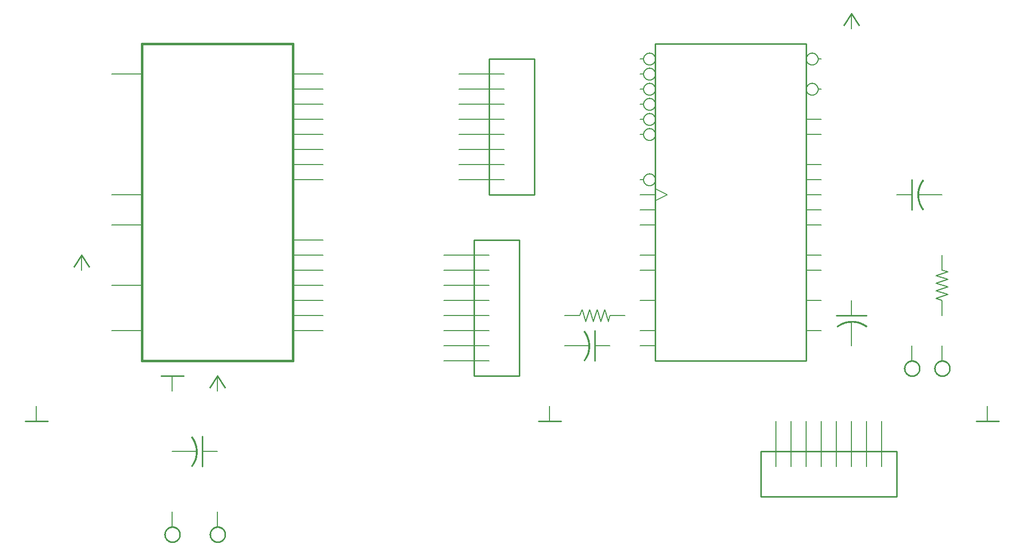
<source format=gtl>
G75*
%MOIN*%
%OFA0B0*%
%FSLAX25Y25*%
%IPPOS*%
%LPD*%
%AMOC8*
5,1,8,0,0,1.08239X$1,22.5*
%
%ADD10C,0.01000*%
%ADD11C,0.00600*%
%ADD12C,0.00800*%
%ADD13C,0.00100*%
%ADD14C,0.01600*%
D10*
X0097670Y0034115D02*
X0097672Y0034256D01*
X0097678Y0034397D01*
X0097688Y0034537D01*
X0097702Y0034677D01*
X0097720Y0034817D01*
X0097741Y0034956D01*
X0097767Y0035095D01*
X0097796Y0035233D01*
X0097830Y0035369D01*
X0097867Y0035505D01*
X0097908Y0035640D01*
X0097953Y0035774D01*
X0098002Y0035906D01*
X0098054Y0036037D01*
X0098110Y0036166D01*
X0098170Y0036293D01*
X0098233Y0036419D01*
X0098299Y0036543D01*
X0098370Y0036666D01*
X0098443Y0036786D01*
X0098520Y0036904D01*
X0098600Y0037020D01*
X0098684Y0037133D01*
X0098770Y0037244D01*
X0098860Y0037353D01*
X0098953Y0037459D01*
X0099048Y0037562D01*
X0099147Y0037663D01*
X0099248Y0037761D01*
X0099352Y0037856D01*
X0099459Y0037948D01*
X0099568Y0038037D01*
X0099680Y0038122D01*
X0099794Y0038205D01*
X0099910Y0038285D01*
X0100029Y0038361D01*
X0100150Y0038433D01*
X0100272Y0038503D01*
X0100397Y0038568D01*
X0100523Y0038631D01*
X0100651Y0038689D01*
X0100781Y0038744D01*
X0100912Y0038796D01*
X0101045Y0038843D01*
X0101179Y0038887D01*
X0101314Y0038928D01*
X0101450Y0038964D01*
X0101587Y0038996D01*
X0101725Y0039025D01*
X0101863Y0039050D01*
X0102003Y0039070D01*
X0102143Y0039087D01*
X0102283Y0039100D01*
X0102424Y0039109D01*
X0102564Y0039114D01*
X0102705Y0039115D01*
X0102846Y0039112D01*
X0102987Y0039105D01*
X0103127Y0039094D01*
X0103267Y0039079D01*
X0103407Y0039060D01*
X0103546Y0039038D01*
X0103684Y0039011D01*
X0103822Y0038981D01*
X0103958Y0038946D01*
X0104094Y0038908D01*
X0104228Y0038866D01*
X0104362Y0038820D01*
X0104494Y0038771D01*
X0104624Y0038717D01*
X0104753Y0038660D01*
X0104880Y0038600D01*
X0105006Y0038536D01*
X0105129Y0038468D01*
X0105251Y0038397D01*
X0105371Y0038323D01*
X0105488Y0038245D01*
X0105603Y0038164D01*
X0105716Y0038080D01*
X0105827Y0037993D01*
X0105935Y0037902D01*
X0106040Y0037809D01*
X0106143Y0037712D01*
X0106243Y0037613D01*
X0106340Y0037511D01*
X0106434Y0037406D01*
X0106525Y0037299D01*
X0106613Y0037189D01*
X0106698Y0037077D01*
X0106780Y0036962D01*
X0106859Y0036845D01*
X0106934Y0036726D01*
X0107006Y0036605D01*
X0107074Y0036482D01*
X0107139Y0036357D01*
X0107201Y0036230D01*
X0107258Y0036101D01*
X0107313Y0035971D01*
X0107363Y0035840D01*
X0107410Y0035707D01*
X0107453Y0035573D01*
X0107492Y0035437D01*
X0107527Y0035301D01*
X0107559Y0035164D01*
X0107586Y0035026D01*
X0107610Y0034887D01*
X0107630Y0034747D01*
X0107646Y0034607D01*
X0107658Y0034467D01*
X0107666Y0034326D01*
X0107670Y0034185D01*
X0107670Y0034045D01*
X0107666Y0033904D01*
X0107658Y0033763D01*
X0107646Y0033623D01*
X0107630Y0033483D01*
X0107610Y0033343D01*
X0107586Y0033204D01*
X0107559Y0033066D01*
X0107527Y0032929D01*
X0107492Y0032793D01*
X0107453Y0032657D01*
X0107410Y0032523D01*
X0107363Y0032390D01*
X0107313Y0032259D01*
X0107258Y0032129D01*
X0107201Y0032000D01*
X0107139Y0031873D01*
X0107074Y0031748D01*
X0107006Y0031625D01*
X0106934Y0031504D01*
X0106859Y0031385D01*
X0106780Y0031268D01*
X0106698Y0031153D01*
X0106613Y0031041D01*
X0106525Y0030931D01*
X0106434Y0030824D01*
X0106340Y0030719D01*
X0106243Y0030617D01*
X0106143Y0030518D01*
X0106040Y0030421D01*
X0105935Y0030328D01*
X0105827Y0030237D01*
X0105716Y0030150D01*
X0105603Y0030066D01*
X0105488Y0029985D01*
X0105371Y0029907D01*
X0105251Y0029833D01*
X0105129Y0029762D01*
X0105006Y0029694D01*
X0104880Y0029630D01*
X0104753Y0029570D01*
X0104624Y0029513D01*
X0104494Y0029459D01*
X0104362Y0029410D01*
X0104228Y0029364D01*
X0104094Y0029322D01*
X0103958Y0029284D01*
X0103822Y0029249D01*
X0103684Y0029219D01*
X0103546Y0029192D01*
X0103407Y0029170D01*
X0103267Y0029151D01*
X0103127Y0029136D01*
X0102987Y0029125D01*
X0102846Y0029118D01*
X0102705Y0029115D01*
X0102564Y0029116D01*
X0102424Y0029121D01*
X0102283Y0029130D01*
X0102143Y0029143D01*
X0102003Y0029160D01*
X0101863Y0029180D01*
X0101725Y0029205D01*
X0101587Y0029234D01*
X0101450Y0029266D01*
X0101314Y0029302D01*
X0101179Y0029343D01*
X0101045Y0029387D01*
X0100912Y0029434D01*
X0100781Y0029486D01*
X0100651Y0029541D01*
X0100523Y0029599D01*
X0100397Y0029662D01*
X0100272Y0029727D01*
X0100150Y0029797D01*
X0100029Y0029869D01*
X0099910Y0029945D01*
X0099794Y0030025D01*
X0099680Y0030108D01*
X0099568Y0030193D01*
X0099459Y0030282D01*
X0099352Y0030374D01*
X0099248Y0030469D01*
X0099147Y0030567D01*
X0099048Y0030668D01*
X0098953Y0030771D01*
X0098860Y0030877D01*
X0098770Y0030986D01*
X0098684Y0031097D01*
X0098600Y0031210D01*
X0098520Y0031326D01*
X0098443Y0031444D01*
X0098370Y0031564D01*
X0098299Y0031687D01*
X0098233Y0031811D01*
X0098170Y0031937D01*
X0098110Y0032064D01*
X0098054Y0032193D01*
X0098002Y0032324D01*
X0097953Y0032456D01*
X0097908Y0032590D01*
X0097867Y0032725D01*
X0097830Y0032861D01*
X0097796Y0032997D01*
X0097767Y0033135D01*
X0097741Y0033274D01*
X0097720Y0033413D01*
X0097702Y0033553D01*
X0097688Y0033693D01*
X0097678Y0033833D01*
X0097672Y0033974D01*
X0097670Y0034115D01*
X0127670Y0034115D02*
X0127672Y0034256D01*
X0127678Y0034397D01*
X0127688Y0034537D01*
X0127702Y0034677D01*
X0127720Y0034817D01*
X0127741Y0034956D01*
X0127767Y0035095D01*
X0127796Y0035233D01*
X0127830Y0035369D01*
X0127867Y0035505D01*
X0127908Y0035640D01*
X0127953Y0035774D01*
X0128002Y0035906D01*
X0128054Y0036037D01*
X0128110Y0036166D01*
X0128170Y0036293D01*
X0128233Y0036419D01*
X0128299Y0036543D01*
X0128370Y0036666D01*
X0128443Y0036786D01*
X0128520Y0036904D01*
X0128600Y0037020D01*
X0128684Y0037133D01*
X0128770Y0037244D01*
X0128860Y0037353D01*
X0128953Y0037459D01*
X0129048Y0037562D01*
X0129147Y0037663D01*
X0129248Y0037761D01*
X0129352Y0037856D01*
X0129459Y0037948D01*
X0129568Y0038037D01*
X0129680Y0038122D01*
X0129794Y0038205D01*
X0129910Y0038285D01*
X0130029Y0038361D01*
X0130150Y0038433D01*
X0130272Y0038503D01*
X0130397Y0038568D01*
X0130523Y0038631D01*
X0130651Y0038689D01*
X0130781Y0038744D01*
X0130912Y0038796D01*
X0131045Y0038843D01*
X0131179Y0038887D01*
X0131314Y0038928D01*
X0131450Y0038964D01*
X0131587Y0038996D01*
X0131725Y0039025D01*
X0131863Y0039050D01*
X0132003Y0039070D01*
X0132143Y0039087D01*
X0132283Y0039100D01*
X0132424Y0039109D01*
X0132564Y0039114D01*
X0132705Y0039115D01*
X0132846Y0039112D01*
X0132987Y0039105D01*
X0133127Y0039094D01*
X0133267Y0039079D01*
X0133407Y0039060D01*
X0133546Y0039038D01*
X0133684Y0039011D01*
X0133822Y0038981D01*
X0133958Y0038946D01*
X0134094Y0038908D01*
X0134228Y0038866D01*
X0134362Y0038820D01*
X0134494Y0038771D01*
X0134624Y0038717D01*
X0134753Y0038660D01*
X0134880Y0038600D01*
X0135006Y0038536D01*
X0135129Y0038468D01*
X0135251Y0038397D01*
X0135371Y0038323D01*
X0135488Y0038245D01*
X0135603Y0038164D01*
X0135716Y0038080D01*
X0135827Y0037993D01*
X0135935Y0037902D01*
X0136040Y0037809D01*
X0136143Y0037712D01*
X0136243Y0037613D01*
X0136340Y0037511D01*
X0136434Y0037406D01*
X0136525Y0037299D01*
X0136613Y0037189D01*
X0136698Y0037077D01*
X0136780Y0036962D01*
X0136859Y0036845D01*
X0136934Y0036726D01*
X0137006Y0036605D01*
X0137074Y0036482D01*
X0137139Y0036357D01*
X0137201Y0036230D01*
X0137258Y0036101D01*
X0137313Y0035971D01*
X0137363Y0035840D01*
X0137410Y0035707D01*
X0137453Y0035573D01*
X0137492Y0035437D01*
X0137527Y0035301D01*
X0137559Y0035164D01*
X0137586Y0035026D01*
X0137610Y0034887D01*
X0137630Y0034747D01*
X0137646Y0034607D01*
X0137658Y0034467D01*
X0137666Y0034326D01*
X0137670Y0034185D01*
X0137670Y0034045D01*
X0137666Y0033904D01*
X0137658Y0033763D01*
X0137646Y0033623D01*
X0137630Y0033483D01*
X0137610Y0033343D01*
X0137586Y0033204D01*
X0137559Y0033066D01*
X0137527Y0032929D01*
X0137492Y0032793D01*
X0137453Y0032657D01*
X0137410Y0032523D01*
X0137363Y0032390D01*
X0137313Y0032259D01*
X0137258Y0032129D01*
X0137201Y0032000D01*
X0137139Y0031873D01*
X0137074Y0031748D01*
X0137006Y0031625D01*
X0136934Y0031504D01*
X0136859Y0031385D01*
X0136780Y0031268D01*
X0136698Y0031153D01*
X0136613Y0031041D01*
X0136525Y0030931D01*
X0136434Y0030824D01*
X0136340Y0030719D01*
X0136243Y0030617D01*
X0136143Y0030518D01*
X0136040Y0030421D01*
X0135935Y0030328D01*
X0135827Y0030237D01*
X0135716Y0030150D01*
X0135603Y0030066D01*
X0135488Y0029985D01*
X0135371Y0029907D01*
X0135251Y0029833D01*
X0135129Y0029762D01*
X0135006Y0029694D01*
X0134880Y0029630D01*
X0134753Y0029570D01*
X0134624Y0029513D01*
X0134494Y0029459D01*
X0134362Y0029410D01*
X0134228Y0029364D01*
X0134094Y0029322D01*
X0133958Y0029284D01*
X0133822Y0029249D01*
X0133684Y0029219D01*
X0133546Y0029192D01*
X0133407Y0029170D01*
X0133267Y0029151D01*
X0133127Y0029136D01*
X0132987Y0029125D01*
X0132846Y0029118D01*
X0132705Y0029115D01*
X0132564Y0029116D01*
X0132424Y0029121D01*
X0132283Y0029130D01*
X0132143Y0029143D01*
X0132003Y0029160D01*
X0131863Y0029180D01*
X0131725Y0029205D01*
X0131587Y0029234D01*
X0131450Y0029266D01*
X0131314Y0029302D01*
X0131179Y0029343D01*
X0131045Y0029387D01*
X0130912Y0029434D01*
X0130781Y0029486D01*
X0130651Y0029541D01*
X0130523Y0029599D01*
X0130397Y0029662D01*
X0130272Y0029727D01*
X0130150Y0029797D01*
X0130029Y0029869D01*
X0129910Y0029945D01*
X0129794Y0030025D01*
X0129680Y0030108D01*
X0129568Y0030193D01*
X0129459Y0030282D01*
X0129352Y0030374D01*
X0129248Y0030469D01*
X0129147Y0030567D01*
X0129048Y0030668D01*
X0128953Y0030771D01*
X0128860Y0030877D01*
X0128770Y0030986D01*
X0128684Y0031097D01*
X0128600Y0031210D01*
X0128520Y0031326D01*
X0128443Y0031444D01*
X0128370Y0031564D01*
X0128299Y0031687D01*
X0128233Y0031811D01*
X0128170Y0031937D01*
X0128110Y0032064D01*
X0128054Y0032193D01*
X0128002Y0032324D01*
X0127953Y0032456D01*
X0127908Y0032590D01*
X0127867Y0032725D01*
X0127830Y0032861D01*
X0127796Y0032997D01*
X0127767Y0033135D01*
X0127741Y0033274D01*
X0127720Y0033413D01*
X0127702Y0033553D01*
X0127688Y0033693D01*
X0127678Y0033833D01*
X0127672Y0033974D01*
X0127670Y0034115D01*
X0122670Y0079115D02*
X0122670Y0099115D01*
X0127670Y0131615D02*
X0132670Y0139115D01*
X0137670Y0131615D01*
X0110170Y0139115D02*
X0095170Y0139115D01*
X0020170Y0109115D02*
X0005170Y0109115D01*
X0037670Y0211615D02*
X0042670Y0219115D01*
X0047670Y0211615D01*
X0302670Y0229115D02*
X0302670Y0139115D01*
X0332670Y0139115D01*
X0332670Y0229115D01*
X0302670Y0229115D01*
X0312670Y0259115D02*
X0312670Y0349115D01*
X0342670Y0349115D01*
X0342670Y0259115D01*
X0312670Y0259115D01*
X0382670Y0169115D02*
X0382670Y0149115D01*
X0422670Y0149115D02*
X0522670Y0149115D01*
X0522670Y0359115D01*
X0422670Y0359115D01*
X0422670Y0149115D01*
X0360170Y0109115D02*
X0345170Y0109115D01*
X0492670Y0089115D02*
X0492670Y0059115D01*
X0582670Y0059115D01*
X0582670Y0089115D01*
X0492670Y0089115D01*
X0587670Y0144115D02*
X0587672Y0144256D01*
X0587678Y0144397D01*
X0587688Y0144537D01*
X0587702Y0144677D01*
X0587720Y0144817D01*
X0587741Y0144956D01*
X0587767Y0145095D01*
X0587796Y0145233D01*
X0587830Y0145369D01*
X0587867Y0145505D01*
X0587908Y0145640D01*
X0587953Y0145774D01*
X0588002Y0145906D01*
X0588054Y0146037D01*
X0588110Y0146166D01*
X0588170Y0146293D01*
X0588233Y0146419D01*
X0588299Y0146543D01*
X0588370Y0146666D01*
X0588443Y0146786D01*
X0588520Y0146904D01*
X0588600Y0147020D01*
X0588684Y0147133D01*
X0588770Y0147244D01*
X0588860Y0147353D01*
X0588953Y0147459D01*
X0589048Y0147562D01*
X0589147Y0147663D01*
X0589248Y0147761D01*
X0589352Y0147856D01*
X0589459Y0147948D01*
X0589568Y0148037D01*
X0589680Y0148122D01*
X0589794Y0148205D01*
X0589910Y0148285D01*
X0590029Y0148361D01*
X0590150Y0148433D01*
X0590272Y0148503D01*
X0590397Y0148568D01*
X0590523Y0148631D01*
X0590651Y0148689D01*
X0590781Y0148744D01*
X0590912Y0148796D01*
X0591045Y0148843D01*
X0591179Y0148887D01*
X0591314Y0148928D01*
X0591450Y0148964D01*
X0591587Y0148996D01*
X0591725Y0149025D01*
X0591863Y0149050D01*
X0592003Y0149070D01*
X0592143Y0149087D01*
X0592283Y0149100D01*
X0592424Y0149109D01*
X0592564Y0149114D01*
X0592705Y0149115D01*
X0592846Y0149112D01*
X0592987Y0149105D01*
X0593127Y0149094D01*
X0593267Y0149079D01*
X0593407Y0149060D01*
X0593546Y0149038D01*
X0593684Y0149011D01*
X0593822Y0148981D01*
X0593958Y0148946D01*
X0594094Y0148908D01*
X0594228Y0148866D01*
X0594362Y0148820D01*
X0594494Y0148771D01*
X0594624Y0148717D01*
X0594753Y0148660D01*
X0594880Y0148600D01*
X0595006Y0148536D01*
X0595129Y0148468D01*
X0595251Y0148397D01*
X0595371Y0148323D01*
X0595488Y0148245D01*
X0595603Y0148164D01*
X0595716Y0148080D01*
X0595827Y0147993D01*
X0595935Y0147902D01*
X0596040Y0147809D01*
X0596143Y0147712D01*
X0596243Y0147613D01*
X0596340Y0147511D01*
X0596434Y0147406D01*
X0596525Y0147299D01*
X0596613Y0147189D01*
X0596698Y0147077D01*
X0596780Y0146962D01*
X0596859Y0146845D01*
X0596934Y0146726D01*
X0597006Y0146605D01*
X0597074Y0146482D01*
X0597139Y0146357D01*
X0597201Y0146230D01*
X0597258Y0146101D01*
X0597313Y0145971D01*
X0597363Y0145840D01*
X0597410Y0145707D01*
X0597453Y0145573D01*
X0597492Y0145437D01*
X0597527Y0145301D01*
X0597559Y0145164D01*
X0597586Y0145026D01*
X0597610Y0144887D01*
X0597630Y0144747D01*
X0597646Y0144607D01*
X0597658Y0144467D01*
X0597666Y0144326D01*
X0597670Y0144185D01*
X0597670Y0144045D01*
X0597666Y0143904D01*
X0597658Y0143763D01*
X0597646Y0143623D01*
X0597630Y0143483D01*
X0597610Y0143343D01*
X0597586Y0143204D01*
X0597559Y0143066D01*
X0597527Y0142929D01*
X0597492Y0142793D01*
X0597453Y0142657D01*
X0597410Y0142523D01*
X0597363Y0142390D01*
X0597313Y0142259D01*
X0597258Y0142129D01*
X0597201Y0142000D01*
X0597139Y0141873D01*
X0597074Y0141748D01*
X0597006Y0141625D01*
X0596934Y0141504D01*
X0596859Y0141385D01*
X0596780Y0141268D01*
X0596698Y0141153D01*
X0596613Y0141041D01*
X0596525Y0140931D01*
X0596434Y0140824D01*
X0596340Y0140719D01*
X0596243Y0140617D01*
X0596143Y0140518D01*
X0596040Y0140421D01*
X0595935Y0140328D01*
X0595827Y0140237D01*
X0595716Y0140150D01*
X0595603Y0140066D01*
X0595488Y0139985D01*
X0595371Y0139907D01*
X0595251Y0139833D01*
X0595129Y0139762D01*
X0595006Y0139694D01*
X0594880Y0139630D01*
X0594753Y0139570D01*
X0594624Y0139513D01*
X0594494Y0139459D01*
X0594362Y0139410D01*
X0594228Y0139364D01*
X0594094Y0139322D01*
X0593958Y0139284D01*
X0593822Y0139249D01*
X0593684Y0139219D01*
X0593546Y0139192D01*
X0593407Y0139170D01*
X0593267Y0139151D01*
X0593127Y0139136D01*
X0592987Y0139125D01*
X0592846Y0139118D01*
X0592705Y0139115D01*
X0592564Y0139116D01*
X0592424Y0139121D01*
X0592283Y0139130D01*
X0592143Y0139143D01*
X0592003Y0139160D01*
X0591863Y0139180D01*
X0591725Y0139205D01*
X0591587Y0139234D01*
X0591450Y0139266D01*
X0591314Y0139302D01*
X0591179Y0139343D01*
X0591045Y0139387D01*
X0590912Y0139434D01*
X0590781Y0139486D01*
X0590651Y0139541D01*
X0590523Y0139599D01*
X0590397Y0139662D01*
X0590272Y0139727D01*
X0590150Y0139797D01*
X0590029Y0139869D01*
X0589910Y0139945D01*
X0589794Y0140025D01*
X0589680Y0140108D01*
X0589568Y0140193D01*
X0589459Y0140282D01*
X0589352Y0140374D01*
X0589248Y0140469D01*
X0589147Y0140567D01*
X0589048Y0140668D01*
X0588953Y0140771D01*
X0588860Y0140877D01*
X0588770Y0140986D01*
X0588684Y0141097D01*
X0588600Y0141210D01*
X0588520Y0141326D01*
X0588443Y0141444D01*
X0588370Y0141564D01*
X0588299Y0141687D01*
X0588233Y0141811D01*
X0588170Y0141937D01*
X0588110Y0142064D01*
X0588054Y0142193D01*
X0588002Y0142324D01*
X0587953Y0142456D01*
X0587908Y0142590D01*
X0587867Y0142725D01*
X0587830Y0142861D01*
X0587796Y0142997D01*
X0587767Y0143135D01*
X0587741Y0143274D01*
X0587720Y0143413D01*
X0587702Y0143553D01*
X0587688Y0143693D01*
X0587678Y0143833D01*
X0587672Y0143974D01*
X0587670Y0144115D01*
X0607670Y0144115D02*
X0607672Y0144256D01*
X0607678Y0144397D01*
X0607688Y0144537D01*
X0607702Y0144677D01*
X0607720Y0144817D01*
X0607741Y0144956D01*
X0607767Y0145095D01*
X0607796Y0145233D01*
X0607830Y0145369D01*
X0607867Y0145505D01*
X0607908Y0145640D01*
X0607953Y0145774D01*
X0608002Y0145906D01*
X0608054Y0146037D01*
X0608110Y0146166D01*
X0608170Y0146293D01*
X0608233Y0146419D01*
X0608299Y0146543D01*
X0608370Y0146666D01*
X0608443Y0146786D01*
X0608520Y0146904D01*
X0608600Y0147020D01*
X0608684Y0147133D01*
X0608770Y0147244D01*
X0608860Y0147353D01*
X0608953Y0147459D01*
X0609048Y0147562D01*
X0609147Y0147663D01*
X0609248Y0147761D01*
X0609352Y0147856D01*
X0609459Y0147948D01*
X0609568Y0148037D01*
X0609680Y0148122D01*
X0609794Y0148205D01*
X0609910Y0148285D01*
X0610029Y0148361D01*
X0610150Y0148433D01*
X0610272Y0148503D01*
X0610397Y0148568D01*
X0610523Y0148631D01*
X0610651Y0148689D01*
X0610781Y0148744D01*
X0610912Y0148796D01*
X0611045Y0148843D01*
X0611179Y0148887D01*
X0611314Y0148928D01*
X0611450Y0148964D01*
X0611587Y0148996D01*
X0611725Y0149025D01*
X0611863Y0149050D01*
X0612003Y0149070D01*
X0612143Y0149087D01*
X0612283Y0149100D01*
X0612424Y0149109D01*
X0612564Y0149114D01*
X0612705Y0149115D01*
X0612846Y0149112D01*
X0612987Y0149105D01*
X0613127Y0149094D01*
X0613267Y0149079D01*
X0613407Y0149060D01*
X0613546Y0149038D01*
X0613684Y0149011D01*
X0613822Y0148981D01*
X0613958Y0148946D01*
X0614094Y0148908D01*
X0614228Y0148866D01*
X0614362Y0148820D01*
X0614494Y0148771D01*
X0614624Y0148717D01*
X0614753Y0148660D01*
X0614880Y0148600D01*
X0615006Y0148536D01*
X0615129Y0148468D01*
X0615251Y0148397D01*
X0615371Y0148323D01*
X0615488Y0148245D01*
X0615603Y0148164D01*
X0615716Y0148080D01*
X0615827Y0147993D01*
X0615935Y0147902D01*
X0616040Y0147809D01*
X0616143Y0147712D01*
X0616243Y0147613D01*
X0616340Y0147511D01*
X0616434Y0147406D01*
X0616525Y0147299D01*
X0616613Y0147189D01*
X0616698Y0147077D01*
X0616780Y0146962D01*
X0616859Y0146845D01*
X0616934Y0146726D01*
X0617006Y0146605D01*
X0617074Y0146482D01*
X0617139Y0146357D01*
X0617201Y0146230D01*
X0617258Y0146101D01*
X0617313Y0145971D01*
X0617363Y0145840D01*
X0617410Y0145707D01*
X0617453Y0145573D01*
X0617492Y0145437D01*
X0617527Y0145301D01*
X0617559Y0145164D01*
X0617586Y0145026D01*
X0617610Y0144887D01*
X0617630Y0144747D01*
X0617646Y0144607D01*
X0617658Y0144467D01*
X0617666Y0144326D01*
X0617670Y0144185D01*
X0617670Y0144045D01*
X0617666Y0143904D01*
X0617658Y0143763D01*
X0617646Y0143623D01*
X0617630Y0143483D01*
X0617610Y0143343D01*
X0617586Y0143204D01*
X0617559Y0143066D01*
X0617527Y0142929D01*
X0617492Y0142793D01*
X0617453Y0142657D01*
X0617410Y0142523D01*
X0617363Y0142390D01*
X0617313Y0142259D01*
X0617258Y0142129D01*
X0617201Y0142000D01*
X0617139Y0141873D01*
X0617074Y0141748D01*
X0617006Y0141625D01*
X0616934Y0141504D01*
X0616859Y0141385D01*
X0616780Y0141268D01*
X0616698Y0141153D01*
X0616613Y0141041D01*
X0616525Y0140931D01*
X0616434Y0140824D01*
X0616340Y0140719D01*
X0616243Y0140617D01*
X0616143Y0140518D01*
X0616040Y0140421D01*
X0615935Y0140328D01*
X0615827Y0140237D01*
X0615716Y0140150D01*
X0615603Y0140066D01*
X0615488Y0139985D01*
X0615371Y0139907D01*
X0615251Y0139833D01*
X0615129Y0139762D01*
X0615006Y0139694D01*
X0614880Y0139630D01*
X0614753Y0139570D01*
X0614624Y0139513D01*
X0614494Y0139459D01*
X0614362Y0139410D01*
X0614228Y0139364D01*
X0614094Y0139322D01*
X0613958Y0139284D01*
X0613822Y0139249D01*
X0613684Y0139219D01*
X0613546Y0139192D01*
X0613407Y0139170D01*
X0613267Y0139151D01*
X0613127Y0139136D01*
X0612987Y0139125D01*
X0612846Y0139118D01*
X0612705Y0139115D01*
X0612564Y0139116D01*
X0612424Y0139121D01*
X0612283Y0139130D01*
X0612143Y0139143D01*
X0612003Y0139160D01*
X0611863Y0139180D01*
X0611725Y0139205D01*
X0611587Y0139234D01*
X0611450Y0139266D01*
X0611314Y0139302D01*
X0611179Y0139343D01*
X0611045Y0139387D01*
X0610912Y0139434D01*
X0610781Y0139486D01*
X0610651Y0139541D01*
X0610523Y0139599D01*
X0610397Y0139662D01*
X0610272Y0139727D01*
X0610150Y0139797D01*
X0610029Y0139869D01*
X0609910Y0139945D01*
X0609794Y0140025D01*
X0609680Y0140108D01*
X0609568Y0140193D01*
X0609459Y0140282D01*
X0609352Y0140374D01*
X0609248Y0140469D01*
X0609147Y0140567D01*
X0609048Y0140668D01*
X0608953Y0140771D01*
X0608860Y0140877D01*
X0608770Y0140986D01*
X0608684Y0141097D01*
X0608600Y0141210D01*
X0608520Y0141326D01*
X0608443Y0141444D01*
X0608370Y0141564D01*
X0608299Y0141687D01*
X0608233Y0141811D01*
X0608170Y0141937D01*
X0608110Y0142064D01*
X0608054Y0142193D01*
X0608002Y0142324D01*
X0607953Y0142456D01*
X0607908Y0142590D01*
X0607867Y0142725D01*
X0607830Y0142861D01*
X0607796Y0142997D01*
X0607767Y0143135D01*
X0607741Y0143274D01*
X0607720Y0143413D01*
X0607702Y0143553D01*
X0607688Y0143693D01*
X0607678Y0143833D01*
X0607672Y0143974D01*
X0607670Y0144115D01*
X0635170Y0109115D02*
X0650170Y0109115D01*
X0562670Y0179115D02*
X0542670Y0179115D01*
X0592670Y0249115D02*
X0592670Y0269115D01*
X0557670Y0371615D02*
X0552670Y0379115D01*
X0547670Y0371615D01*
D11*
X0552670Y0369115D02*
X0552670Y0379115D01*
X0532670Y0349115D02*
X0530470Y0349115D01*
X0522670Y0349115D02*
X0522672Y0349239D01*
X0522678Y0349364D01*
X0522688Y0349488D01*
X0522702Y0349611D01*
X0522719Y0349734D01*
X0522741Y0349857D01*
X0522767Y0349979D01*
X0522796Y0350099D01*
X0522830Y0350219D01*
X0522867Y0350338D01*
X0522908Y0350455D01*
X0522952Y0350571D01*
X0523000Y0350686D01*
X0523052Y0350799D01*
X0523108Y0350910D01*
X0523167Y0351020D01*
X0523229Y0351127D01*
X0523295Y0351233D01*
X0523364Y0351336D01*
X0523437Y0351437D01*
X0523513Y0351536D01*
X0523591Y0351632D01*
X0523673Y0351726D01*
X0523758Y0351817D01*
X0523845Y0351906D01*
X0523936Y0351991D01*
X0524029Y0352074D01*
X0524125Y0352153D01*
X0524223Y0352229D01*
X0524323Y0352303D01*
X0524426Y0352373D01*
X0524531Y0352439D01*
X0524638Y0352503D01*
X0524747Y0352563D01*
X0524858Y0352619D01*
X0524970Y0352672D01*
X0525085Y0352721D01*
X0525200Y0352767D01*
X0525318Y0352808D01*
X0525436Y0352847D01*
X0525556Y0352881D01*
X0525676Y0352911D01*
X0525798Y0352938D01*
X0525920Y0352960D01*
X0526043Y0352979D01*
X0526166Y0352994D01*
X0526290Y0353005D01*
X0526415Y0353012D01*
X0526539Y0353015D01*
X0526663Y0353014D01*
X0526788Y0353009D01*
X0526912Y0353000D01*
X0527035Y0352987D01*
X0527159Y0352970D01*
X0527281Y0352950D01*
X0527403Y0352925D01*
X0527524Y0352896D01*
X0527644Y0352864D01*
X0527763Y0352828D01*
X0527881Y0352788D01*
X0527998Y0352744D01*
X0528113Y0352697D01*
X0528226Y0352646D01*
X0528338Y0352591D01*
X0528448Y0352533D01*
X0528556Y0352472D01*
X0528662Y0352407D01*
X0528766Y0352338D01*
X0528867Y0352267D01*
X0528967Y0352192D01*
X0529064Y0352114D01*
X0529158Y0352033D01*
X0529250Y0351949D01*
X0529339Y0351862D01*
X0529425Y0351772D01*
X0529508Y0351680D01*
X0529588Y0351585D01*
X0529666Y0351487D01*
X0529740Y0351387D01*
X0529811Y0351285D01*
X0529878Y0351181D01*
X0529942Y0351074D01*
X0530003Y0350965D01*
X0530060Y0350855D01*
X0530114Y0350743D01*
X0530164Y0350629D01*
X0530211Y0350514D01*
X0530253Y0350397D01*
X0530292Y0350279D01*
X0530328Y0350159D01*
X0530359Y0350039D01*
X0530386Y0349918D01*
X0530410Y0349796D01*
X0530430Y0349673D01*
X0530446Y0349549D01*
X0530458Y0349426D01*
X0530466Y0349302D01*
X0530470Y0349177D01*
X0530470Y0349053D01*
X0530466Y0348928D01*
X0530458Y0348804D01*
X0530446Y0348681D01*
X0530430Y0348557D01*
X0530410Y0348434D01*
X0530386Y0348312D01*
X0530359Y0348191D01*
X0530328Y0348071D01*
X0530292Y0347951D01*
X0530253Y0347833D01*
X0530211Y0347716D01*
X0530164Y0347601D01*
X0530114Y0347487D01*
X0530060Y0347375D01*
X0530003Y0347265D01*
X0529942Y0347156D01*
X0529878Y0347049D01*
X0529811Y0346945D01*
X0529740Y0346843D01*
X0529666Y0346743D01*
X0529588Y0346645D01*
X0529508Y0346550D01*
X0529425Y0346458D01*
X0529339Y0346368D01*
X0529250Y0346281D01*
X0529158Y0346197D01*
X0529064Y0346116D01*
X0528967Y0346038D01*
X0528867Y0345963D01*
X0528766Y0345892D01*
X0528662Y0345823D01*
X0528556Y0345758D01*
X0528448Y0345697D01*
X0528338Y0345639D01*
X0528226Y0345584D01*
X0528113Y0345533D01*
X0527998Y0345486D01*
X0527881Y0345442D01*
X0527763Y0345402D01*
X0527644Y0345366D01*
X0527524Y0345334D01*
X0527403Y0345305D01*
X0527281Y0345280D01*
X0527159Y0345260D01*
X0527035Y0345243D01*
X0526912Y0345230D01*
X0526788Y0345221D01*
X0526663Y0345216D01*
X0526539Y0345215D01*
X0526415Y0345218D01*
X0526290Y0345225D01*
X0526166Y0345236D01*
X0526043Y0345251D01*
X0525920Y0345270D01*
X0525798Y0345292D01*
X0525676Y0345319D01*
X0525556Y0345349D01*
X0525436Y0345383D01*
X0525318Y0345422D01*
X0525200Y0345463D01*
X0525085Y0345509D01*
X0524970Y0345558D01*
X0524858Y0345611D01*
X0524747Y0345667D01*
X0524638Y0345727D01*
X0524531Y0345791D01*
X0524426Y0345857D01*
X0524323Y0345927D01*
X0524223Y0346001D01*
X0524125Y0346077D01*
X0524029Y0346156D01*
X0523936Y0346239D01*
X0523845Y0346324D01*
X0523758Y0346413D01*
X0523673Y0346504D01*
X0523591Y0346598D01*
X0523513Y0346694D01*
X0523437Y0346793D01*
X0523364Y0346894D01*
X0523295Y0346997D01*
X0523229Y0347103D01*
X0523167Y0347210D01*
X0523108Y0347320D01*
X0523052Y0347431D01*
X0523000Y0347544D01*
X0522952Y0347659D01*
X0522908Y0347775D01*
X0522867Y0347892D01*
X0522830Y0348011D01*
X0522796Y0348131D01*
X0522767Y0348251D01*
X0522741Y0348373D01*
X0522719Y0348496D01*
X0522702Y0348619D01*
X0522688Y0348742D01*
X0522678Y0348866D01*
X0522672Y0348991D01*
X0522670Y0349115D01*
X0522670Y0329115D02*
X0522672Y0329239D01*
X0522678Y0329364D01*
X0522688Y0329488D01*
X0522702Y0329611D01*
X0522719Y0329734D01*
X0522741Y0329857D01*
X0522767Y0329979D01*
X0522796Y0330099D01*
X0522830Y0330219D01*
X0522867Y0330338D01*
X0522908Y0330455D01*
X0522952Y0330571D01*
X0523000Y0330686D01*
X0523052Y0330799D01*
X0523108Y0330910D01*
X0523167Y0331020D01*
X0523229Y0331127D01*
X0523295Y0331233D01*
X0523364Y0331336D01*
X0523437Y0331437D01*
X0523513Y0331536D01*
X0523591Y0331632D01*
X0523673Y0331726D01*
X0523758Y0331817D01*
X0523845Y0331906D01*
X0523936Y0331991D01*
X0524029Y0332074D01*
X0524125Y0332153D01*
X0524223Y0332229D01*
X0524323Y0332303D01*
X0524426Y0332373D01*
X0524531Y0332439D01*
X0524638Y0332503D01*
X0524747Y0332563D01*
X0524858Y0332619D01*
X0524970Y0332672D01*
X0525085Y0332721D01*
X0525200Y0332767D01*
X0525318Y0332808D01*
X0525436Y0332847D01*
X0525556Y0332881D01*
X0525676Y0332911D01*
X0525798Y0332938D01*
X0525920Y0332960D01*
X0526043Y0332979D01*
X0526166Y0332994D01*
X0526290Y0333005D01*
X0526415Y0333012D01*
X0526539Y0333015D01*
X0526663Y0333014D01*
X0526788Y0333009D01*
X0526912Y0333000D01*
X0527035Y0332987D01*
X0527159Y0332970D01*
X0527281Y0332950D01*
X0527403Y0332925D01*
X0527524Y0332896D01*
X0527644Y0332864D01*
X0527763Y0332828D01*
X0527881Y0332788D01*
X0527998Y0332744D01*
X0528113Y0332697D01*
X0528226Y0332646D01*
X0528338Y0332591D01*
X0528448Y0332533D01*
X0528556Y0332472D01*
X0528662Y0332407D01*
X0528766Y0332338D01*
X0528867Y0332267D01*
X0528967Y0332192D01*
X0529064Y0332114D01*
X0529158Y0332033D01*
X0529250Y0331949D01*
X0529339Y0331862D01*
X0529425Y0331772D01*
X0529508Y0331680D01*
X0529588Y0331585D01*
X0529666Y0331487D01*
X0529740Y0331387D01*
X0529811Y0331285D01*
X0529878Y0331181D01*
X0529942Y0331074D01*
X0530003Y0330965D01*
X0530060Y0330855D01*
X0530114Y0330743D01*
X0530164Y0330629D01*
X0530211Y0330514D01*
X0530253Y0330397D01*
X0530292Y0330279D01*
X0530328Y0330159D01*
X0530359Y0330039D01*
X0530386Y0329918D01*
X0530410Y0329796D01*
X0530430Y0329673D01*
X0530446Y0329549D01*
X0530458Y0329426D01*
X0530466Y0329302D01*
X0530470Y0329177D01*
X0530470Y0329053D01*
X0530466Y0328928D01*
X0530458Y0328804D01*
X0530446Y0328681D01*
X0530430Y0328557D01*
X0530410Y0328434D01*
X0530386Y0328312D01*
X0530359Y0328191D01*
X0530328Y0328071D01*
X0530292Y0327951D01*
X0530253Y0327833D01*
X0530211Y0327716D01*
X0530164Y0327601D01*
X0530114Y0327487D01*
X0530060Y0327375D01*
X0530003Y0327265D01*
X0529942Y0327156D01*
X0529878Y0327049D01*
X0529811Y0326945D01*
X0529740Y0326843D01*
X0529666Y0326743D01*
X0529588Y0326645D01*
X0529508Y0326550D01*
X0529425Y0326458D01*
X0529339Y0326368D01*
X0529250Y0326281D01*
X0529158Y0326197D01*
X0529064Y0326116D01*
X0528967Y0326038D01*
X0528867Y0325963D01*
X0528766Y0325892D01*
X0528662Y0325823D01*
X0528556Y0325758D01*
X0528448Y0325697D01*
X0528338Y0325639D01*
X0528226Y0325584D01*
X0528113Y0325533D01*
X0527998Y0325486D01*
X0527881Y0325442D01*
X0527763Y0325402D01*
X0527644Y0325366D01*
X0527524Y0325334D01*
X0527403Y0325305D01*
X0527281Y0325280D01*
X0527159Y0325260D01*
X0527035Y0325243D01*
X0526912Y0325230D01*
X0526788Y0325221D01*
X0526663Y0325216D01*
X0526539Y0325215D01*
X0526415Y0325218D01*
X0526290Y0325225D01*
X0526166Y0325236D01*
X0526043Y0325251D01*
X0525920Y0325270D01*
X0525798Y0325292D01*
X0525676Y0325319D01*
X0525556Y0325349D01*
X0525436Y0325383D01*
X0525318Y0325422D01*
X0525200Y0325463D01*
X0525085Y0325509D01*
X0524970Y0325558D01*
X0524858Y0325611D01*
X0524747Y0325667D01*
X0524638Y0325727D01*
X0524531Y0325791D01*
X0524426Y0325857D01*
X0524323Y0325927D01*
X0524223Y0326001D01*
X0524125Y0326077D01*
X0524029Y0326156D01*
X0523936Y0326239D01*
X0523845Y0326324D01*
X0523758Y0326413D01*
X0523673Y0326504D01*
X0523591Y0326598D01*
X0523513Y0326694D01*
X0523437Y0326793D01*
X0523364Y0326894D01*
X0523295Y0326997D01*
X0523229Y0327103D01*
X0523167Y0327210D01*
X0523108Y0327320D01*
X0523052Y0327431D01*
X0523000Y0327544D01*
X0522952Y0327659D01*
X0522908Y0327775D01*
X0522867Y0327892D01*
X0522830Y0328011D01*
X0522796Y0328131D01*
X0522767Y0328251D01*
X0522741Y0328373D01*
X0522719Y0328496D01*
X0522702Y0328619D01*
X0522688Y0328742D01*
X0522678Y0328866D01*
X0522672Y0328991D01*
X0522670Y0329115D01*
X0530470Y0329115D02*
X0532670Y0329115D01*
X0532670Y0309115D02*
X0522670Y0309115D01*
X0522670Y0299115D02*
X0532670Y0299115D01*
X0532670Y0279115D02*
X0522670Y0279115D01*
X0522670Y0269115D02*
X0532670Y0269115D01*
X0532670Y0259115D02*
X0522670Y0259115D01*
X0522670Y0249115D02*
X0532670Y0249115D01*
X0532670Y0239115D02*
X0522670Y0239115D01*
X0522670Y0219115D02*
X0532670Y0219115D01*
X0532670Y0209115D02*
X0522670Y0209115D01*
X0522670Y0189115D02*
X0532670Y0189115D01*
X0552670Y0189115D02*
X0552670Y0179115D01*
X0552670Y0175115D02*
X0552670Y0169115D01*
X0552670Y0159115D01*
X0532670Y0169115D02*
X0522670Y0169115D01*
X0592670Y0159115D02*
X0592670Y0149115D01*
X0612670Y0149115D02*
X0612670Y0159115D01*
X0612670Y0179115D02*
X0612670Y0189115D01*
X0612670Y0209115D02*
X0612670Y0219115D01*
X0612670Y0259115D02*
X0602670Y0259115D01*
X0596670Y0259115D01*
X0592670Y0259115D02*
X0582670Y0259115D01*
X0430470Y0259115D02*
X0422670Y0255215D01*
X0422670Y0259115D02*
X0412670Y0259115D01*
X0412670Y0269115D02*
X0414870Y0269115D01*
X0414872Y0269239D01*
X0414878Y0269364D01*
X0414888Y0269488D01*
X0414902Y0269611D01*
X0414919Y0269734D01*
X0414941Y0269857D01*
X0414967Y0269979D01*
X0414996Y0270099D01*
X0415030Y0270219D01*
X0415067Y0270338D01*
X0415108Y0270455D01*
X0415152Y0270571D01*
X0415200Y0270686D01*
X0415252Y0270799D01*
X0415308Y0270910D01*
X0415367Y0271020D01*
X0415429Y0271127D01*
X0415495Y0271233D01*
X0415564Y0271336D01*
X0415637Y0271437D01*
X0415713Y0271536D01*
X0415791Y0271632D01*
X0415873Y0271726D01*
X0415958Y0271817D01*
X0416045Y0271906D01*
X0416136Y0271991D01*
X0416229Y0272074D01*
X0416325Y0272153D01*
X0416423Y0272229D01*
X0416523Y0272303D01*
X0416626Y0272373D01*
X0416731Y0272439D01*
X0416838Y0272503D01*
X0416947Y0272563D01*
X0417058Y0272619D01*
X0417170Y0272672D01*
X0417285Y0272721D01*
X0417400Y0272767D01*
X0417518Y0272808D01*
X0417636Y0272847D01*
X0417756Y0272881D01*
X0417876Y0272911D01*
X0417998Y0272938D01*
X0418120Y0272960D01*
X0418243Y0272979D01*
X0418366Y0272994D01*
X0418490Y0273005D01*
X0418615Y0273012D01*
X0418739Y0273015D01*
X0418863Y0273014D01*
X0418988Y0273009D01*
X0419112Y0273000D01*
X0419235Y0272987D01*
X0419359Y0272970D01*
X0419481Y0272950D01*
X0419603Y0272925D01*
X0419724Y0272896D01*
X0419844Y0272864D01*
X0419963Y0272828D01*
X0420081Y0272788D01*
X0420198Y0272744D01*
X0420313Y0272697D01*
X0420426Y0272646D01*
X0420538Y0272591D01*
X0420648Y0272533D01*
X0420756Y0272472D01*
X0420862Y0272407D01*
X0420966Y0272338D01*
X0421067Y0272267D01*
X0421167Y0272192D01*
X0421264Y0272114D01*
X0421358Y0272033D01*
X0421450Y0271949D01*
X0421539Y0271862D01*
X0421625Y0271772D01*
X0421708Y0271680D01*
X0421788Y0271585D01*
X0421866Y0271487D01*
X0421940Y0271387D01*
X0422011Y0271285D01*
X0422078Y0271181D01*
X0422142Y0271074D01*
X0422203Y0270965D01*
X0422260Y0270855D01*
X0422314Y0270743D01*
X0422364Y0270629D01*
X0422411Y0270514D01*
X0422453Y0270397D01*
X0422492Y0270279D01*
X0422528Y0270159D01*
X0422559Y0270039D01*
X0422586Y0269918D01*
X0422610Y0269796D01*
X0422630Y0269673D01*
X0422646Y0269549D01*
X0422658Y0269426D01*
X0422666Y0269302D01*
X0422670Y0269177D01*
X0422670Y0269053D01*
X0422666Y0268928D01*
X0422658Y0268804D01*
X0422646Y0268681D01*
X0422630Y0268557D01*
X0422610Y0268434D01*
X0422586Y0268312D01*
X0422559Y0268191D01*
X0422528Y0268071D01*
X0422492Y0267951D01*
X0422453Y0267833D01*
X0422411Y0267716D01*
X0422364Y0267601D01*
X0422314Y0267487D01*
X0422260Y0267375D01*
X0422203Y0267265D01*
X0422142Y0267156D01*
X0422078Y0267049D01*
X0422011Y0266945D01*
X0421940Y0266843D01*
X0421866Y0266743D01*
X0421788Y0266645D01*
X0421708Y0266550D01*
X0421625Y0266458D01*
X0421539Y0266368D01*
X0421450Y0266281D01*
X0421358Y0266197D01*
X0421264Y0266116D01*
X0421167Y0266038D01*
X0421067Y0265963D01*
X0420966Y0265892D01*
X0420862Y0265823D01*
X0420756Y0265758D01*
X0420648Y0265697D01*
X0420538Y0265639D01*
X0420426Y0265584D01*
X0420313Y0265533D01*
X0420198Y0265486D01*
X0420081Y0265442D01*
X0419963Y0265402D01*
X0419844Y0265366D01*
X0419724Y0265334D01*
X0419603Y0265305D01*
X0419481Y0265280D01*
X0419359Y0265260D01*
X0419235Y0265243D01*
X0419112Y0265230D01*
X0418988Y0265221D01*
X0418863Y0265216D01*
X0418739Y0265215D01*
X0418615Y0265218D01*
X0418490Y0265225D01*
X0418366Y0265236D01*
X0418243Y0265251D01*
X0418120Y0265270D01*
X0417998Y0265292D01*
X0417876Y0265319D01*
X0417756Y0265349D01*
X0417636Y0265383D01*
X0417518Y0265422D01*
X0417400Y0265463D01*
X0417285Y0265509D01*
X0417170Y0265558D01*
X0417058Y0265611D01*
X0416947Y0265667D01*
X0416838Y0265727D01*
X0416731Y0265791D01*
X0416626Y0265857D01*
X0416523Y0265927D01*
X0416423Y0266001D01*
X0416325Y0266077D01*
X0416229Y0266156D01*
X0416136Y0266239D01*
X0416045Y0266324D01*
X0415958Y0266413D01*
X0415873Y0266504D01*
X0415791Y0266598D01*
X0415713Y0266694D01*
X0415637Y0266793D01*
X0415564Y0266894D01*
X0415495Y0266997D01*
X0415429Y0267103D01*
X0415367Y0267210D01*
X0415308Y0267320D01*
X0415252Y0267431D01*
X0415200Y0267544D01*
X0415152Y0267659D01*
X0415108Y0267775D01*
X0415067Y0267892D01*
X0415030Y0268011D01*
X0414996Y0268131D01*
X0414967Y0268251D01*
X0414941Y0268373D01*
X0414919Y0268496D01*
X0414902Y0268619D01*
X0414888Y0268742D01*
X0414878Y0268866D01*
X0414872Y0268991D01*
X0414870Y0269115D01*
X0422670Y0263015D02*
X0430470Y0259115D01*
X0422670Y0249115D02*
X0412670Y0249115D01*
X0412670Y0239115D02*
X0422670Y0239115D01*
X0422670Y0219115D02*
X0412670Y0219115D01*
X0412670Y0209115D02*
X0422670Y0209115D01*
X0422670Y0189115D02*
X0412670Y0189115D01*
X0402670Y0179115D02*
X0392670Y0179115D01*
X0372670Y0179115D02*
X0362670Y0179115D01*
X0362670Y0159115D02*
X0372670Y0159115D01*
X0378670Y0159115D01*
X0382670Y0159115D02*
X0392670Y0159115D01*
X0412670Y0159115D02*
X0422670Y0159115D01*
X0422670Y0169115D02*
X0412670Y0169115D01*
X0352670Y0119115D02*
X0352670Y0109115D01*
X0312670Y0149115D02*
X0282670Y0149115D01*
X0282670Y0159115D02*
X0312670Y0159115D01*
X0312670Y0169115D02*
X0282670Y0169115D01*
X0282670Y0179115D02*
X0312670Y0179115D01*
X0312670Y0189115D02*
X0282670Y0189115D01*
X0282670Y0199115D02*
X0312670Y0199115D01*
X0312670Y0209115D02*
X0282670Y0209115D01*
X0282670Y0219115D02*
X0312670Y0219115D01*
X0322670Y0269115D02*
X0292670Y0269115D01*
X0292670Y0279115D02*
X0322670Y0279115D01*
X0322670Y0289115D02*
X0292670Y0289115D01*
X0292670Y0299115D02*
X0322670Y0299115D01*
X0322670Y0309115D02*
X0292670Y0309115D01*
X0292670Y0319115D02*
X0322670Y0319115D01*
X0322670Y0329115D02*
X0292670Y0329115D01*
X0292670Y0339115D02*
X0322670Y0339115D01*
X0412670Y0339115D02*
X0414870Y0339115D01*
X0414872Y0339239D01*
X0414878Y0339364D01*
X0414888Y0339488D01*
X0414902Y0339611D01*
X0414919Y0339734D01*
X0414941Y0339857D01*
X0414967Y0339979D01*
X0414996Y0340099D01*
X0415030Y0340219D01*
X0415067Y0340338D01*
X0415108Y0340455D01*
X0415152Y0340571D01*
X0415200Y0340686D01*
X0415252Y0340799D01*
X0415308Y0340910D01*
X0415367Y0341020D01*
X0415429Y0341127D01*
X0415495Y0341233D01*
X0415564Y0341336D01*
X0415637Y0341437D01*
X0415713Y0341536D01*
X0415791Y0341632D01*
X0415873Y0341726D01*
X0415958Y0341817D01*
X0416045Y0341906D01*
X0416136Y0341991D01*
X0416229Y0342074D01*
X0416325Y0342153D01*
X0416423Y0342229D01*
X0416523Y0342303D01*
X0416626Y0342373D01*
X0416731Y0342439D01*
X0416838Y0342503D01*
X0416947Y0342563D01*
X0417058Y0342619D01*
X0417170Y0342672D01*
X0417285Y0342721D01*
X0417400Y0342767D01*
X0417518Y0342808D01*
X0417636Y0342847D01*
X0417756Y0342881D01*
X0417876Y0342911D01*
X0417998Y0342938D01*
X0418120Y0342960D01*
X0418243Y0342979D01*
X0418366Y0342994D01*
X0418490Y0343005D01*
X0418615Y0343012D01*
X0418739Y0343015D01*
X0418863Y0343014D01*
X0418988Y0343009D01*
X0419112Y0343000D01*
X0419235Y0342987D01*
X0419359Y0342970D01*
X0419481Y0342950D01*
X0419603Y0342925D01*
X0419724Y0342896D01*
X0419844Y0342864D01*
X0419963Y0342828D01*
X0420081Y0342788D01*
X0420198Y0342744D01*
X0420313Y0342697D01*
X0420426Y0342646D01*
X0420538Y0342591D01*
X0420648Y0342533D01*
X0420756Y0342472D01*
X0420862Y0342407D01*
X0420966Y0342338D01*
X0421067Y0342267D01*
X0421167Y0342192D01*
X0421264Y0342114D01*
X0421358Y0342033D01*
X0421450Y0341949D01*
X0421539Y0341862D01*
X0421625Y0341772D01*
X0421708Y0341680D01*
X0421788Y0341585D01*
X0421866Y0341487D01*
X0421940Y0341387D01*
X0422011Y0341285D01*
X0422078Y0341181D01*
X0422142Y0341074D01*
X0422203Y0340965D01*
X0422260Y0340855D01*
X0422314Y0340743D01*
X0422364Y0340629D01*
X0422411Y0340514D01*
X0422453Y0340397D01*
X0422492Y0340279D01*
X0422528Y0340159D01*
X0422559Y0340039D01*
X0422586Y0339918D01*
X0422610Y0339796D01*
X0422630Y0339673D01*
X0422646Y0339549D01*
X0422658Y0339426D01*
X0422666Y0339302D01*
X0422670Y0339177D01*
X0422670Y0339053D01*
X0422666Y0338928D01*
X0422658Y0338804D01*
X0422646Y0338681D01*
X0422630Y0338557D01*
X0422610Y0338434D01*
X0422586Y0338312D01*
X0422559Y0338191D01*
X0422528Y0338071D01*
X0422492Y0337951D01*
X0422453Y0337833D01*
X0422411Y0337716D01*
X0422364Y0337601D01*
X0422314Y0337487D01*
X0422260Y0337375D01*
X0422203Y0337265D01*
X0422142Y0337156D01*
X0422078Y0337049D01*
X0422011Y0336945D01*
X0421940Y0336843D01*
X0421866Y0336743D01*
X0421788Y0336645D01*
X0421708Y0336550D01*
X0421625Y0336458D01*
X0421539Y0336368D01*
X0421450Y0336281D01*
X0421358Y0336197D01*
X0421264Y0336116D01*
X0421167Y0336038D01*
X0421067Y0335963D01*
X0420966Y0335892D01*
X0420862Y0335823D01*
X0420756Y0335758D01*
X0420648Y0335697D01*
X0420538Y0335639D01*
X0420426Y0335584D01*
X0420313Y0335533D01*
X0420198Y0335486D01*
X0420081Y0335442D01*
X0419963Y0335402D01*
X0419844Y0335366D01*
X0419724Y0335334D01*
X0419603Y0335305D01*
X0419481Y0335280D01*
X0419359Y0335260D01*
X0419235Y0335243D01*
X0419112Y0335230D01*
X0418988Y0335221D01*
X0418863Y0335216D01*
X0418739Y0335215D01*
X0418615Y0335218D01*
X0418490Y0335225D01*
X0418366Y0335236D01*
X0418243Y0335251D01*
X0418120Y0335270D01*
X0417998Y0335292D01*
X0417876Y0335319D01*
X0417756Y0335349D01*
X0417636Y0335383D01*
X0417518Y0335422D01*
X0417400Y0335463D01*
X0417285Y0335509D01*
X0417170Y0335558D01*
X0417058Y0335611D01*
X0416947Y0335667D01*
X0416838Y0335727D01*
X0416731Y0335791D01*
X0416626Y0335857D01*
X0416523Y0335927D01*
X0416423Y0336001D01*
X0416325Y0336077D01*
X0416229Y0336156D01*
X0416136Y0336239D01*
X0416045Y0336324D01*
X0415958Y0336413D01*
X0415873Y0336504D01*
X0415791Y0336598D01*
X0415713Y0336694D01*
X0415637Y0336793D01*
X0415564Y0336894D01*
X0415495Y0336997D01*
X0415429Y0337103D01*
X0415367Y0337210D01*
X0415308Y0337320D01*
X0415252Y0337431D01*
X0415200Y0337544D01*
X0415152Y0337659D01*
X0415108Y0337775D01*
X0415067Y0337892D01*
X0415030Y0338011D01*
X0414996Y0338131D01*
X0414967Y0338251D01*
X0414941Y0338373D01*
X0414919Y0338496D01*
X0414902Y0338619D01*
X0414888Y0338742D01*
X0414878Y0338866D01*
X0414872Y0338991D01*
X0414870Y0339115D01*
X0414870Y0329115D02*
X0412670Y0329115D01*
X0414870Y0329115D02*
X0414872Y0329239D01*
X0414878Y0329364D01*
X0414888Y0329488D01*
X0414902Y0329611D01*
X0414919Y0329734D01*
X0414941Y0329857D01*
X0414967Y0329979D01*
X0414996Y0330099D01*
X0415030Y0330219D01*
X0415067Y0330338D01*
X0415108Y0330455D01*
X0415152Y0330571D01*
X0415200Y0330686D01*
X0415252Y0330799D01*
X0415308Y0330910D01*
X0415367Y0331020D01*
X0415429Y0331127D01*
X0415495Y0331233D01*
X0415564Y0331336D01*
X0415637Y0331437D01*
X0415713Y0331536D01*
X0415791Y0331632D01*
X0415873Y0331726D01*
X0415958Y0331817D01*
X0416045Y0331906D01*
X0416136Y0331991D01*
X0416229Y0332074D01*
X0416325Y0332153D01*
X0416423Y0332229D01*
X0416523Y0332303D01*
X0416626Y0332373D01*
X0416731Y0332439D01*
X0416838Y0332503D01*
X0416947Y0332563D01*
X0417058Y0332619D01*
X0417170Y0332672D01*
X0417285Y0332721D01*
X0417400Y0332767D01*
X0417518Y0332808D01*
X0417636Y0332847D01*
X0417756Y0332881D01*
X0417876Y0332911D01*
X0417998Y0332938D01*
X0418120Y0332960D01*
X0418243Y0332979D01*
X0418366Y0332994D01*
X0418490Y0333005D01*
X0418615Y0333012D01*
X0418739Y0333015D01*
X0418863Y0333014D01*
X0418988Y0333009D01*
X0419112Y0333000D01*
X0419235Y0332987D01*
X0419359Y0332970D01*
X0419481Y0332950D01*
X0419603Y0332925D01*
X0419724Y0332896D01*
X0419844Y0332864D01*
X0419963Y0332828D01*
X0420081Y0332788D01*
X0420198Y0332744D01*
X0420313Y0332697D01*
X0420426Y0332646D01*
X0420538Y0332591D01*
X0420648Y0332533D01*
X0420756Y0332472D01*
X0420862Y0332407D01*
X0420966Y0332338D01*
X0421067Y0332267D01*
X0421167Y0332192D01*
X0421264Y0332114D01*
X0421358Y0332033D01*
X0421450Y0331949D01*
X0421539Y0331862D01*
X0421625Y0331772D01*
X0421708Y0331680D01*
X0421788Y0331585D01*
X0421866Y0331487D01*
X0421940Y0331387D01*
X0422011Y0331285D01*
X0422078Y0331181D01*
X0422142Y0331074D01*
X0422203Y0330965D01*
X0422260Y0330855D01*
X0422314Y0330743D01*
X0422364Y0330629D01*
X0422411Y0330514D01*
X0422453Y0330397D01*
X0422492Y0330279D01*
X0422528Y0330159D01*
X0422559Y0330039D01*
X0422586Y0329918D01*
X0422610Y0329796D01*
X0422630Y0329673D01*
X0422646Y0329549D01*
X0422658Y0329426D01*
X0422666Y0329302D01*
X0422670Y0329177D01*
X0422670Y0329053D01*
X0422666Y0328928D01*
X0422658Y0328804D01*
X0422646Y0328681D01*
X0422630Y0328557D01*
X0422610Y0328434D01*
X0422586Y0328312D01*
X0422559Y0328191D01*
X0422528Y0328071D01*
X0422492Y0327951D01*
X0422453Y0327833D01*
X0422411Y0327716D01*
X0422364Y0327601D01*
X0422314Y0327487D01*
X0422260Y0327375D01*
X0422203Y0327265D01*
X0422142Y0327156D01*
X0422078Y0327049D01*
X0422011Y0326945D01*
X0421940Y0326843D01*
X0421866Y0326743D01*
X0421788Y0326645D01*
X0421708Y0326550D01*
X0421625Y0326458D01*
X0421539Y0326368D01*
X0421450Y0326281D01*
X0421358Y0326197D01*
X0421264Y0326116D01*
X0421167Y0326038D01*
X0421067Y0325963D01*
X0420966Y0325892D01*
X0420862Y0325823D01*
X0420756Y0325758D01*
X0420648Y0325697D01*
X0420538Y0325639D01*
X0420426Y0325584D01*
X0420313Y0325533D01*
X0420198Y0325486D01*
X0420081Y0325442D01*
X0419963Y0325402D01*
X0419844Y0325366D01*
X0419724Y0325334D01*
X0419603Y0325305D01*
X0419481Y0325280D01*
X0419359Y0325260D01*
X0419235Y0325243D01*
X0419112Y0325230D01*
X0418988Y0325221D01*
X0418863Y0325216D01*
X0418739Y0325215D01*
X0418615Y0325218D01*
X0418490Y0325225D01*
X0418366Y0325236D01*
X0418243Y0325251D01*
X0418120Y0325270D01*
X0417998Y0325292D01*
X0417876Y0325319D01*
X0417756Y0325349D01*
X0417636Y0325383D01*
X0417518Y0325422D01*
X0417400Y0325463D01*
X0417285Y0325509D01*
X0417170Y0325558D01*
X0417058Y0325611D01*
X0416947Y0325667D01*
X0416838Y0325727D01*
X0416731Y0325791D01*
X0416626Y0325857D01*
X0416523Y0325927D01*
X0416423Y0326001D01*
X0416325Y0326077D01*
X0416229Y0326156D01*
X0416136Y0326239D01*
X0416045Y0326324D01*
X0415958Y0326413D01*
X0415873Y0326504D01*
X0415791Y0326598D01*
X0415713Y0326694D01*
X0415637Y0326793D01*
X0415564Y0326894D01*
X0415495Y0326997D01*
X0415429Y0327103D01*
X0415367Y0327210D01*
X0415308Y0327320D01*
X0415252Y0327431D01*
X0415200Y0327544D01*
X0415152Y0327659D01*
X0415108Y0327775D01*
X0415067Y0327892D01*
X0415030Y0328011D01*
X0414996Y0328131D01*
X0414967Y0328251D01*
X0414941Y0328373D01*
X0414919Y0328496D01*
X0414902Y0328619D01*
X0414888Y0328742D01*
X0414878Y0328866D01*
X0414872Y0328991D01*
X0414870Y0329115D01*
X0414870Y0319115D02*
X0412670Y0319115D01*
X0414870Y0319115D02*
X0414872Y0319239D01*
X0414878Y0319364D01*
X0414888Y0319488D01*
X0414902Y0319611D01*
X0414919Y0319734D01*
X0414941Y0319857D01*
X0414967Y0319979D01*
X0414996Y0320099D01*
X0415030Y0320219D01*
X0415067Y0320338D01*
X0415108Y0320455D01*
X0415152Y0320571D01*
X0415200Y0320686D01*
X0415252Y0320799D01*
X0415308Y0320910D01*
X0415367Y0321020D01*
X0415429Y0321127D01*
X0415495Y0321233D01*
X0415564Y0321336D01*
X0415637Y0321437D01*
X0415713Y0321536D01*
X0415791Y0321632D01*
X0415873Y0321726D01*
X0415958Y0321817D01*
X0416045Y0321906D01*
X0416136Y0321991D01*
X0416229Y0322074D01*
X0416325Y0322153D01*
X0416423Y0322229D01*
X0416523Y0322303D01*
X0416626Y0322373D01*
X0416731Y0322439D01*
X0416838Y0322503D01*
X0416947Y0322563D01*
X0417058Y0322619D01*
X0417170Y0322672D01*
X0417285Y0322721D01*
X0417400Y0322767D01*
X0417518Y0322808D01*
X0417636Y0322847D01*
X0417756Y0322881D01*
X0417876Y0322911D01*
X0417998Y0322938D01*
X0418120Y0322960D01*
X0418243Y0322979D01*
X0418366Y0322994D01*
X0418490Y0323005D01*
X0418615Y0323012D01*
X0418739Y0323015D01*
X0418863Y0323014D01*
X0418988Y0323009D01*
X0419112Y0323000D01*
X0419235Y0322987D01*
X0419359Y0322970D01*
X0419481Y0322950D01*
X0419603Y0322925D01*
X0419724Y0322896D01*
X0419844Y0322864D01*
X0419963Y0322828D01*
X0420081Y0322788D01*
X0420198Y0322744D01*
X0420313Y0322697D01*
X0420426Y0322646D01*
X0420538Y0322591D01*
X0420648Y0322533D01*
X0420756Y0322472D01*
X0420862Y0322407D01*
X0420966Y0322338D01*
X0421067Y0322267D01*
X0421167Y0322192D01*
X0421264Y0322114D01*
X0421358Y0322033D01*
X0421450Y0321949D01*
X0421539Y0321862D01*
X0421625Y0321772D01*
X0421708Y0321680D01*
X0421788Y0321585D01*
X0421866Y0321487D01*
X0421940Y0321387D01*
X0422011Y0321285D01*
X0422078Y0321181D01*
X0422142Y0321074D01*
X0422203Y0320965D01*
X0422260Y0320855D01*
X0422314Y0320743D01*
X0422364Y0320629D01*
X0422411Y0320514D01*
X0422453Y0320397D01*
X0422492Y0320279D01*
X0422528Y0320159D01*
X0422559Y0320039D01*
X0422586Y0319918D01*
X0422610Y0319796D01*
X0422630Y0319673D01*
X0422646Y0319549D01*
X0422658Y0319426D01*
X0422666Y0319302D01*
X0422670Y0319177D01*
X0422670Y0319053D01*
X0422666Y0318928D01*
X0422658Y0318804D01*
X0422646Y0318681D01*
X0422630Y0318557D01*
X0422610Y0318434D01*
X0422586Y0318312D01*
X0422559Y0318191D01*
X0422528Y0318071D01*
X0422492Y0317951D01*
X0422453Y0317833D01*
X0422411Y0317716D01*
X0422364Y0317601D01*
X0422314Y0317487D01*
X0422260Y0317375D01*
X0422203Y0317265D01*
X0422142Y0317156D01*
X0422078Y0317049D01*
X0422011Y0316945D01*
X0421940Y0316843D01*
X0421866Y0316743D01*
X0421788Y0316645D01*
X0421708Y0316550D01*
X0421625Y0316458D01*
X0421539Y0316368D01*
X0421450Y0316281D01*
X0421358Y0316197D01*
X0421264Y0316116D01*
X0421167Y0316038D01*
X0421067Y0315963D01*
X0420966Y0315892D01*
X0420862Y0315823D01*
X0420756Y0315758D01*
X0420648Y0315697D01*
X0420538Y0315639D01*
X0420426Y0315584D01*
X0420313Y0315533D01*
X0420198Y0315486D01*
X0420081Y0315442D01*
X0419963Y0315402D01*
X0419844Y0315366D01*
X0419724Y0315334D01*
X0419603Y0315305D01*
X0419481Y0315280D01*
X0419359Y0315260D01*
X0419235Y0315243D01*
X0419112Y0315230D01*
X0418988Y0315221D01*
X0418863Y0315216D01*
X0418739Y0315215D01*
X0418615Y0315218D01*
X0418490Y0315225D01*
X0418366Y0315236D01*
X0418243Y0315251D01*
X0418120Y0315270D01*
X0417998Y0315292D01*
X0417876Y0315319D01*
X0417756Y0315349D01*
X0417636Y0315383D01*
X0417518Y0315422D01*
X0417400Y0315463D01*
X0417285Y0315509D01*
X0417170Y0315558D01*
X0417058Y0315611D01*
X0416947Y0315667D01*
X0416838Y0315727D01*
X0416731Y0315791D01*
X0416626Y0315857D01*
X0416523Y0315927D01*
X0416423Y0316001D01*
X0416325Y0316077D01*
X0416229Y0316156D01*
X0416136Y0316239D01*
X0416045Y0316324D01*
X0415958Y0316413D01*
X0415873Y0316504D01*
X0415791Y0316598D01*
X0415713Y0316694D01*
X0415637Y0316793D01*
X0415564Y0316894D01*
X0415495Y0316997D01*
X0415429Y0317103D01*
X0415367Y0317210D01*
X0415308Y0317320D01*
X0415252Y0317431D01*
X0415200Y0317544D01*
X0415152Y0317659D01*
X0415108Y0317775D01*
X0415067Y0317892D01*
X0415030Y0318011D01*
X0414996Y0318131D01*
X0414967Y0318251D01*
X0414941Y0318373D01*
X0414919Y0318496D01*
X0414902Y0318619D01*
X0414888Y0318742D01*
X0414878Y0318866D01*
X0414872Y0318991D01*
X0414870Y0319115D01*
X0414870Y0309115D02*
X0412670Y0309115D01*
X0414870Y0309115D02*
X0414872Y0309239D01*
X0414878Y0309364D01*
X0414888Y0309488D01*
X0414902Y0309611D01*
X0414919Y0309734D01*
X0414941Y0309857D01*
X0414967Y0309979D01*
X0414996Y0310099D01*
X0415030Y0310219D01*
X0415067Y0310338D01*
X0415108Y0310455D01*
X0415152Y0310571D01*
X0415200Y0310686D01*
X0415252Y0310799D01*
X0415308Y0310910D01*
X0415367Y0311020D01*
X0415429Y0311127D01*
X0415495Y0311233D01*
X0415564Y0311336D01*
X0415637Y0311437D01*
X0415713Y0311536D01*
X0415791Y0311632D01*
X0415873Y0311726D01*
X0415958Y0311817D01*
X0416045Y0311906D01*
X0416136Y0311991D01*
X0416229Y0312074D01*
X0416325Y0312153D01*
X0416423Y0312229D01*
X0416523Y0312303D01*
X0416626Y0312373D01*
X0416731Y0312439D01*
X0416838Y0312503D01*
X0416947Y0312563D01*
X0417058Y0312619D01*
X0417170Y0312672D01*
X0417285Y0312721D01*
X0417400Y0312767D01*
X0417518Y0312808D01*
X0417636Y0312847D01*
X0417756Y0312881D01*
X0417876Y0312911D01*
X0417998Y0312938D01*
X0418120Y0312960D01*
X0418243Y0312979D01*
X0418366Y0312994D01*
X0418490Y0313005D01*
X0418615Y0313012D01*
X0418739Y0313015D01*
X0418863Y0313014D01*
X0418988Y0313009D01*
X0419112Y0313000D01*
X0419235Y0312987D01*
X0419359Y0312970D01*
X0419481Y0312950D01*
X0419603Y0312925D01*
X0419724Y0312896D01*
X0419844Y0312864D01*
X0419963Y0312828D01*
X0420081Y0312788D01*
X0420198Y0312744D01*
X0420313Y0312697D01*
X0420426Y0312646D01*
X0420538Y0312591D01*
X0420648Y0312533D01*
X0420756Y0312472D01*
X0420862Y0312407D01*
X0420966Y0312338D01*
X0421067Y0312267D01*
X0421167Y0312192D01*
X0421264Y0312114D01*
X0421358Y0312033D01*
X0421450Y0311949D01*
X0421539Y0311862D01*
X0421625Y0311772D01*
X0421708Y0311680D01*
X0421788Y0311585D01*
X0421866Y0311487D01*
X0421940Y0311387D01*
X0422011Y0311285D01*
X0422078Y0311181D01*
X0422142Y0311074D01*
X0422203Y0310965D01*
X0422260Y0310855D01*
X0422314Y0310743D01*
X0422364Y0310629D01*
X0422411Y0310514D01*
X0422453Y0310397D01*
X0422492Y0310279D01*
X0422528Y0310159D01*
X0422559Y0310039D01*
X0422586Y0309918D01*
X0422610Y0309796D01*
X0422630Y0309673D01*
X0422646Y0309549D01*
X0422658Y0309426D01*
X0422666Y0309302D01*
X0422670Y0309177D01*
X0422670Y0309053D01*
X0422666Y0308928D01*
X0422658Y0308804D01*
X0422646Y0308681D01*
X0422630Y0308557D01*
X0422610Y0308434D01*
X0422586Y0308312D01*
X0422559Y0308191D01*
X0422528Y0308071D01*
X0422492Y0307951D01*
X0422453Y0307833D01*
X0422411Y0307716D01*
X0422364Y0307601D01*
X0422314Y0307487D01*
X0422260Y0307375D01*
X0422203Y0307265D01*
X0422142Y0307156D01*
X0422078Y0307049D01*
X0422011Y0306945D01*
X0421940Y0306843D01*
X0421866Y0306743D01*
X0421788Y0306645D01*
X0421708Y0306550D01*
X0421625Y0306458D01*
X0421539Y0306368D01*
X0421450Y0306281D01*
X0421358Y0306197D01*
X0421264Y0306116D01*
X0421167Y0306038D01*
X0421067Y0305963D01*
X0420966Y0305892D01*
X0420862Y0305823D01*
X0420756Y0305758D01*
X0420648Y0305697D01*
X0420538Y0305639D01*
X0420426Y0305584D01*
X0420313Y0305533D01*
X0420198Y0305486D01*
X0420081Y0305442D01*
X0419963Y0305402D01*
X0419844Y0305366D01*
X0419724Y0305334D01*
X0419603Y0305305D01*
X0419481Y0305280D01*
X0419359Y0305260D01*
X0419235Y0305243D01*
X0419112Y0305230D01*
X0418988Y0305221D01*
X0418863Y0305216D01*
X0418739Y0305215D01*
X0418615Y0305218D01*
X0418490Y0305225D01*
X0418366Y0305236D01*
X0418243Y0305251D01*
X0418120Y0305270D01*
X0417998Y0305292D01*
X0417876Y0305319D01*
X0417756Y0305349D01*
X0417636Y0305383D01*
X0417518Y0305422D01*
X0417400Y0305463D01*
X0417285Y0305509D01*
X0417170Y0305558D01*
X0417058Y0305611D01*
X0416947Y0305667D01*
X0416838Y0305727D01*
X0416731Y0305791D01*
X0416626Y0305857D01*
X0416523Y0305927D01*
X0416423Y0306001D01*
X0416325Y0306077D01*
X0416229Y0306156D01*
X0416136Y0306239D01*
X0416045Y0306324D01*
X0415958Y0306413D01*
X0415873Y0306504D01*
X0415791Y0306598D01*
X0415713Y0306694D01*
X0415637Y0306793D01*
X0415564Y0306894D01*
X0415495Y0306997D01*
X0415429Y0307103D01*
X0415367Y0307210D01*
X0415308Y0307320D01*
X0415252Y0307431D01*
X0415200Y0307544D01*
X0415152Y0307659D01*
X0415108Y0307775D01*
X0415067Y0307892D01*
X0415030Y0308011D01*
X0414996Y0308131D01*
X0414967Y0308251D01*
X0414941Y0308373D01*
X0414919Y0308496D01*
X0414902Y0308619D01*
X0414888Y0308742D01*
X0414878Y0308866D01*
X0414872Y0308991D01*
X0414870Y0309115D01*
X0414870Y0299115D02*
X0412670Y0299115D01*
X0414870Y0299115D02*
X0414872Y0299239D01*
X0414878Y0299364D01*
X0414888Y0299488D01*
X0414902Y0299611D01*
X0414919Y0299734D01*
X0414941Y0299857D01*
X0414967Y0299979D01*
X0414996Y0300099D01*
X0415030Y0300219D01*
X0415067Y0300338D01*
X0415108Y0300455D01*
X0415152Y0300571D01*
X0415200Y0300686D01*
X0415252Y0300799D01*
X0415308Y0300910D01*
X0415367Y0301020D01*
X0415429Y0301127D01*
X0415495Y0301233D01*
X0415564Y0301336D01*
X0415637Y0301437D01*
X0415713Y0301536D01*
X0415791Y0301632D01*
X0415873Y0301726D01*
X0415958Y0301817D01*
X0416045Y0301906D01*
X0416136Y0301991D01*
X0416229Y0302074D01*
X0416325Y0302153D01*
X0416423Y0302229D01*
X0416523Y0302303D01*
X0416626Y0302373D01*
X0416731Y0302439D01*
X0416838Y0302503D01*
X0416947Y0302563D01*
X0417058Y0302619D01*
X0417170Y0302672D01*
X0417285Y0302721D01*
X0417400Y0302767D01*
X0417518Y0302808D01*
X0417636Y0302847D01*
X0417756Y0302881D01*
X0417876Y0302911D01*
X0417998Y0302938D01*
X0418120Y0302960D01*
X0418243Y0302979D01*
X0418366Y0302994D01*
X0418490Y0303005D01*
X0418615Y0303012D01*
X0418739Y0303015D01*
X0418863Y0303014D01*
X0418988Y0303009D01*
X0419112Y0303000D01*
X0419235Y0302987D01*
X0419359Y0302970D01*
X0419481Y0302950D01*
X0419603Y0302925D01*
X0419724Y0302896D01*
X0419844Y0302864D01*
X0419963Y0302828D01*
X0420081Y0302788D01*
X0420198Y0302744D01*
X0420313Y0302697D01*
X0420426Y0302646D01*
X0420538Y0302591D01*
X0420648Y0302533D01*
X0420756Y0302472D01*
X0420862Y0302407D01*
X0420966Y0302338D01*
X0421067Y0302267D01*
X0421167Y0302192D01*
X0421264Y0302114D01*
X0421358Y0302033D01*
X0421450Y0301949D01*
X0421539Y0301862D01*
X0421625Y0301772D01*
X0421708Y0301680D01*
X0421788Y0301585D01*
X0421866Y0301487D01*
X0421940Y0301387D01*
X0422011Y0301285D01*
X0422078Y0301181D01*
X0422142Y0301074D01*
X0422203Y0300965D01*
X0422260Y0300855D01*
X0422314Y0300743D01*
X0422364Y0300629D01*
X0422411Y0300514D01*
X0422453Y0300397D01*
X0422492Y0300279D01*
X0422528Y0300159D01*
X0422559Y0300039D01*
X0422586Y0299918D01*
X0422610Y0299796D01*
X0422630Y0299673D01*
X0422646Y0299549D01*
X0422658Y0299426D01*
X0422666Y0299302D01*
X0422670Y0299177D01*
X0422670Y0299053D01*
X0422666Y0298928D01*
X0422658Y0298804D01*
X0422646Y0298681D01*
X0422630Y0298557D01*
X0422610Y0298434D01*
X0422586Y0298312D01*
X0422559Y0298191D01*
X0422528Y0298071D01*
X0422492Y0297951D01*
X0422453Y0297833D01*
X0422411Y0297716D01*
X0422364Y0297601D01*
X0422314Y0297487D01*
X0422260Y0297375D01*
X0422203Y0297265D01*
X0422142Y0297156D01*
X0422078Y0297049D01*
X0422011Y0296945D01*
X0421940Y0296843D01*
X0421866Y0296743D01*
X0421788Y0296645D01*
X0421708Y0296550D01*
X0421625Y0296458D01*
X0421539Y0296368D01*
X0421450Y0296281D01*
X0421358Y0296197D01*
X0421264Y0296116D01*
X0421167Y0296038D01*
X0421067Y0295963D01*
X0420966Y0295892D01*
X0420862Y0295823D01*
X0420756Y0295758D01*
X0420648Y0295697D01*
X0420538Y0295639D01*
X0420426Y0295584D01*
X0420313Y0295533D01*
X0420198Y0295486D01*
X0420081Y0295442D01*
X0419963Y0295402D01*
X0419844Y0295366D01*
X0419724Y0295334D01*
X0419603Y0295305D01*
X0419481Y0295280D01*
X0419359Y0295260D01*
X0419235Y0295243D01*
X0419112Y0295230D01*
X0418988Y0295221D01*
X0418863Y0295216D01*
X0418739Y0295215D01*
X0418615Y0295218D01*
X0418490Y0295225D01*
X0418366Y0295236D01*
X0418243Y0295251D01*
X0418120Y0295270D01*
X0417998Y0295292D01*
X0417876Y0295319D01*
X0417756Y0295349D01*
X0417636Y0295383D01*
X0417518Y0295422D01*
X0417400Y0295463D01*
X0417285Y0295509D01*
X0417170Y0295558D01*
X0417058Y0295611D01*
X0416947Y0295667D01*
X0416838Y0295727D01*
X0416731Y0295791D01*
X0416626Y0295857D01*
X0416523Y0295927D01*
X0416423Y0296001D01*
X0416325Y0296077D01*
X0416229Y0296156D01*
X0416136Y0296239D01*
X0416045Y0296324D01*
X0415958Y0296413D01*
X0415873Y0296504D01*
X0415791Y0296598D01*
X0415713Y0296694D01*
X0415637Y0296793D01*
X0415564Y0296894D01*
X0415495Y0296997D01*
X0415429Y0297103D01*
X0415367Y0297210D01*
X0415308Y0297320D01*
X0415252Y0297431D01*
X0415200Y0297544D01*
X0415152Y0297659D01*
X0415108Y0297775D01*
X0415067Y0297892D01*
X0415030Y0298011D01*
X0414996Y0298131D01*
X0414967Y0298251D01*
X0414941Y0298373D01*
X0414919Y0298496D01*
X0414902Y0298619D01*
X0414888Y0298742D01*
X0414878Y0298866D01*
X0414872Y0298991D01*
X0414870Y0299115D01*
X0414870Y0349115D02*
X0412670Y0349115D01*
X0414870Y0349115D02*
X0414872Y0349239D01*
X0414878Y0349364D01*
X0414888Y0349488D01*
X0414902Y0349611D01*
X0414919Y0349734D01*
X0414941Y0349857D01*
X0414967Y0349979D01*
X0414996Y0350099D01*
X0415030Y0350219D01*
X0415067Y0350338D01*
X0415108Y0350455D01*
X0415152Y0350571D01*
X0415200Y0350686D01*
X0415252Y0350799D01*
X0415308Y0350910D01*
X0415367Y0351020D01*
X0415429Y0351127D01*
X0415495Y0351233D01*
X0415564Y0351336D01*
X0415637Y0351437D01*
X0415713Y0351536D01*
X0415791Y0351632D01*
X0415873Y0351726D01*
X0415958Y0351817D01*
X0416045Y0351906D01*
X0416136Y0351991D01*
X0416229Y0352074D01*
X0416325Y0352153D01*
X0416423Y0352229D01*
X0416523Y0352303D01*
X0416626Y0352373D01*
X0416731Y0352439D01*
X0416838Y0352503D01*
X0416947Y0352563D01*
X0417058Y0352619D01*
X0417170Y0352672D01*
X0417285Y0352721D01*
X0417400Y0352767D01*
X0417518Y0352808D01*
X0417636Y0352847D01*
X0417756Y0352881D01*
X0417876Y0352911D01*
X0417998Y0352938D01*
X0418120Y0352960D01*
X0418243Y0352979D01*
X0418366Y0352994D01*
X0418490Y0353005D01*
X0418615Y0353012D01*
X0418739Y0353015D01*
X0418863Y0353014D01*
X0418988Y0353009D01*
X0419112Y0353000D01*
X0419235Y0352987D01*
X0419359Y0352970D01*
X0419481Y0352950D01*
X0419603Y0352925D01*
X0419724Y0352896D01*
X0419844Y0352864D01*
X0419963Y0352828D01*
X0420081Y0352788D01*
X0420198Y0352744D01*
X0420313Y0352697D01*
X0420426Y0352646D01*
X0420538Y0352591D01*
X0420648Y0352533D01*
X0420756Y0352472D01*
X0420862Y0352407D01*
X0420966Y0352338D01*
X0421067Y0352267D01*
X0421167Y0352192D01*
X0421264Y0352114D01*
X0421358Y0352033D01*
X0421450Y0351949D01*
X0421539Y0351862D01*
X0421625Y0351772D01*
X0421708Y0351680D01*
X0421788Y0351585D01*
X0421866Y0351487D01*
X0421940Y0351387D01*
X0422011Y0351285D01*
X0422078Y0351181D01*
X0422142Y0351074D01*
X0422203Y0350965D01*
X0422260Y0350855D01*
X0422314Y0350743D01*
X0422364Y0350629D01*
X0422411Y0350514D01*
X0422453Y0350397D01*
X0422492Y0350279D01*
X0422528Y0350159D01*
X0422559Y0350039D01*
X0422586Y0349918D01*
X0422610Y0349796D01*
X0422630Y0349673D01*
X0422646Y0349549D01*
X0422658Y0349426D01*
X0422666Y0349302D01*
X0422670Y0349177D01*
X0422670Y0349053D01*
X0422666Y0348928D01*
X0422658Y0348804D01*
X0422646Y0348681D01*
X0422630Y0348557D01*
X0422610Y0348434D01*
X0422586Y0348312D01*
X0422559Y0348191D01*
X0422528Y0348071D01*
X0422492Y0347951D01*
X0422453Y0347833D01*
X0422411Y0347716D01*
X0422364Y0347601D01*
X0422314Y0347487D01*
X0422260Y0347375D01*
X0422203Y0347265D01*
X0422142Y0347156D01*
X0422078Y0347049D01*
X0422011Y0346945D01*
X0421940Y0346843D01*
X0421866Y0346743D01*
X0421788Y0346645D01*
X0421708Y0346550D01*
X0421625Y0346458D01*
X0421539Y0346368D01*
X0421450Y0346281D01*
X0421358Y0346197D01*
X0421264Y0346116D01*
X0421167Y0346038D01*
X0421067Y0345963D01*
X0420966Y0345892D01*
X0420862Y0345823D01*
X0420756Y0345758D01*
X0420648Y0345697D01*
X0420538Y0345639D01*
X0420426Y0345584D01*
X0420313Y0345533D01*
X0420198Y0345486D01*
X0420081Y0345442D01*
X0419963Y0345402D01*
X0419844Y0345366D01*
X0419724Y0345334D01*
X0419603Y0345305D01*
X0419481Y0345280D01*
X0419359Y0345260D01*
X0419235Y0345243D01*
X0419112Y0345230D01*
X0418988Y0345221D01*
X0418863Y0345216D01*
X0418739Y0345215D01*
X0418615Y0345218D01*
X0418490Y0345225D01*
X0418366Y0345236D01*
X0418243Y0345251D01*
X0418120Y0345270D01*
X0417998Y0345292D01*
X0417876Y0345319D01*
X0417756Y0345349D01*
X0417636Y0345383D01*
X0417518Y0345422D01*
X0417400Y0345463D01*
X0417285Y0345509D01*
X0417170Y0345558D01*
X0417058Y0345611D01*
X0416947Y0345667D01*
X0416838Y0345727D01*
X0416731Y0345791D01*
X0416626Y0345857D01*
X0416523Y0345927D01*
X0416423Y0346001D01*
X0416325Y0346077D01*
X0416229Y0346156D01*
X0416136Y0346239D01*
X0416045Y0346324D01*
X0415958Y0346413D01*
X0415873Y0346504D01*
X0415791Y0346598D01*
X0415713Y0346694D01*
X0415637Y0346793D01*
X0415564Y0346894D01*
X0415495Y0346997D01*
X0415429Y0347103D01*
X0415367Y0347210D01*
X0415308Y0347320D01*
X0415252Y0347431D01*
X0415200Y0347544D01*
X0415152Y0347659D01*
X0415108Y0347775D01*
X0415067Y0347892D01*
X0415030Y0348011D01*
X0414996Y0348131D01*
X0414967Y0348251D01*
X0414941Y0348373D01*
X0414919Y0348496D01*
X0414902Y0348619D01*
X0414888Y0348742D01*
X0414878Y0348866D01*
X0414872Y0348991D01*
X0414870Y0349115D01*
X0202670Y0339115D02*
X0182670Y0339115D01*
X0182670Y0329115D02*
X0202670Y0329115D01*
X0202670Y0319115D02*
X0182670Y0319115D01*
X0182670Y0309115D02*
X0202670Y0309115D01*
X0202670Y0299115D02*
X0182670Y0299115D01*
X0182670Y0289115D02*
X0202670Y0289115D01*
X0202670Y0279115D02*
X0182670Y0279115D01*
X0182670Y0269115D02*
X0202670Y0269115D01*
X0202670Y0229115D02*
X0182670Y0229115D01*
X0182670Y0219115D02*
X0202670Y0219115D01*
X0202670Y0209115D02*
X0182670Y0209115D01*
X0182670Y0199115D02*
X0202670Y0199115D01*
X0202670Y0189115D02*
X0182670Y0189115D01*
X0182670Y0179115D02*
X0202670Y0179115D01*
X0202670Y0169115D02*
X0182670Y0169115D01*
X0132670Y0139115D02*
X0132670Y0129115D01*
X0102670Y0129115D02*
X0102670Y0139115D01*
X0082670Y0169115D02*
X0062670Y0169115D01*
X0062670Y0199115D02*
X0082670Y0199115D01*
X0042670Y0209115D02*
X0042670Y0219115D01*
X0062670Y0239115D02*
X0082670Y0239115D01*
X0082670Y0259115D02*
X0062670Y0259115D01*
X0062670Y0339115D02*
X0082670Y0339115D01*
X0012670Y0119115D02*
X0012670Y0109115D01*
X0102670Y0089115D02*
X0112670Y0089115D01*
X0118670Y0089115D01*
X0122670Y0089115D02*
X0132670Y0089115D01*
X0132670Y0049115D02*
X0132670Y0039115D01*
X0102670Y0039115D02*
X0102670Y0049115D01*
X0502670Y0079115D02*
X0502670Y0109115D01*
X0512670Y0109115D02*
X0512670Y0079115D01*
X0522670Y0079115D02*
X0522670Y0109115D01*
X0532670Y0109115D02*
X0532670Y0079115D01*
X0542670Y0079115D02*
X0542670Y0109115D01*
X0552670Y0109115D02*
X0552670Y0079115D01*
X0562670Y0079115D02*
X0562670Y0109115D01*
X0572670Y0109115D02*
X0572670Y0079115D01*
X0642670Y0109115D02*
X0642670Y0119115D01*
D12*
X0612670Y0189115D02*
X0608670Y0190615D01*
X0616670Y0193115D01*
X0608670Y0195615D01*
X0616670Y0198115D01*
X0608670Y0200615D01*
X0616670Y0203115D01*
X0608670Y0205615D01*
X0616670Y0208115D01*
X0612670Y0209115D01*
X0392670Y0179115D02*
X0391670Y0175115D01*
X0389170Y0183115D01*
X0386670Y0175115D01*
X0384170Y0183115D01*
X0381670Y0175115D01*
X0379170Y0183115D01*
X0376670Y0175115D01*
X0374170Y0183115D01*
X0372670Y0179115D01*
D13*
X0375754Y0149080D02*
X0375044Y0149632D01*
X0375045Y0149632D02*
X0375271Y0149932D01*
X0375490Y0150238D01*
X0375701Y0150549D01*
X0375905Y0150865D01*
X0376101Y0151186D01*
X0376290Y0151511D01*
X0376470Y0151841D01*
X0376643Y0152175D01*
X0376807Y0152514D01*
X0376963Y0152856D01*
X0377110Y0153202D01*
X0377249Y0153551D01*
X0377380Y0153904D01*
X0377502Y0154260D01*
X0377616Y0154618D01*
X0377720Y0154979D01*
X0377816Y0155343D01*
X0377903Y0155709D01*
X0377981Y0156077D01*
X0378051Y0156446D01*
X0378111Y0156818D01*
X0378162Y0157190D01*
X0378204Y0157564D01*
X0378237Y0157939D01*
X0378261Y0158314D01*
X0378276Y0158690D01*
X0378282Y0159066D01*
X0379181Y0159066D01*
X0379182Y0159066D01*
X0379176Y0158668D01*
X0379160Y0158270D01*
X0379135Y0157872D01*
X0379100Y0157476D01*
X0379055Y0157080D01*
X0379001Y0156686D01*
X0378937Y0156293D01*
X0378864Y0155902D01*
X0378781Y0155512D01*
X0378689Y0155125D01*
X0378588Y0154740D01*
X0378477Y0154358D01*
X0378357Y0153978D01*
X0378228Y0153601D01*
X0378089Y0153228D01*
X0377942Y0152858D01*
X0377786Y0152492D01*
X0377621Y0152130D01*
X0377447Y0151772D01*
X0377264Y0151418D01*
X0377073Y0151069D01*
X0376874Y0150724D01*
X0376666Y0150384D01*
X0376450Y0150050D01*
X0376226Y0149721D01*
X0375995Y0149397D01*
X0375755Y0149079D01*
X0375681Y0149137D01*
X0375919Y0149453D01*
X0376149Y0149775D01*
X0376372Y0150102D01*
X0376587Y0150434D01*
X0376793Y0150772D01*
X0376992Y0151115D01*
X0377181Y0151462D01*
X0377363Y0151814D01*
X0377536Y0152170D01*
X0377700Y0152530D01*
X0377855Y0152894D01*
X0378002Y0153262D01*
X0378139Y0153633D01*
X0378268Y0154007D01*
X0378387Y0154385D01*
X0378497Y0154765D01*
X0378598Y0155148D01*
X0378690Y0155533D01*
X0378772Y0155920D01*
X0378845Y0156309D01*
X0378908Y0156700D01*
X0378962Y0157092D01*
X0379006Y0157485D01*
X0379041Y0157879D01*
X0379066Y0158274D01*
X0379082Y0158670D01*
X0379088Y0159066D01*
X0378994Y0159066D01*
X0378988Y0158672D01*
X0378972Y0158279D01*
X0378947Y0157886D01*
X0378913Y0157494D01*
X0378869Y0157103D01*
X0378815Y0156713D01*
X0378752Y0156325D01*
X0378680Y0155938D01*
X0378598Y0155553D01*
X0378507Y0155170D01*
X0378407Y0154790D01*
X0378297Y0154412D01*
X0378178Y0154037D01*
X0378051Y0153665D01*
X0377914Y0153296D01*
X0377768Y0152930D01*
X0377614Y0152568D01*
X0377451Y0152210D01*
X0377279Y0151856D01*
X0377099Y0151506D01*
X0376910Y0151161D01*
X0376713Y0150820D01*
X0376507Y0150485D01*
X0376294Y0150154D01*
X0376073Y0149829D01*
X0375843Y0149509D01*
X0375607Y0149195D01*
X0375532Y0149252D01*
X0375768Y0149565D01*
X0375996Y0149883D01*
X0376216Y0150206D01*
X0376428Y0150535D01*
X0376632Y0150869D01*
X0376828Y0151207D01*
X0377016Y0151550D01*
X0377195Y0151898D01*
X0377366Y0152250D01*
X0377528Y0152606D01*
X0377681Y0152966D01*
X0377826Y0153329D01*
X0377962Y0153696D01*
X0378089Y0154066D01*
X0378207Y0154439D01*
X0378316Y0154815D01*
X0378416Y0155193D01*
X0378506Y0155574D01*
X0378588Y0155956D01*
X0378659Y0156341D01*
X0378722Y0156727D01*
X0378775Y0157115D01*
X0378819Y0157503D01*
X0378854Y0157893D01*
X0378879Y0158284D01*
X0378894Y0158675D01*
X0378900Y0159066D01*
X0378806Y0159066D01*
X0378800Y0158677D01*
X0378785Y0158288D01*
X0378760Y0157900D01*
X0378726Y0157513D01*
X0378682Y0157126D01*
X0378629Y0156741D01*
X0378567Y0156357D01*
X0378495Y0155975D01*
X0378415Y0155594D01*
X0378325Y0155216D01*
X0378225Y0154840D01*
X0378117Y0154466D01*
X0378000Y0154096D01*
X0377874Y0153728D01*
X0377738Y0153363D01*
X0377595Y0153002D01*
X0377442Y0152644D01*
X0377281Y0152290D01*
X0377111Y0151940D01*
X0376933Y0151595D01*
X0376746Y0151253D01*
X0376551Y0150917D01*
X0376348Y0150585D01*
X0376137Y0150258D01*
X0375919Y0149937D01*
X0375692Y0149621D01*
X0375458Y0149310D01*
X0375384Y0149368D01*
X0375617Y0149676D01*
X0375842Y0149991D01*
X0376059Y0150310D01*
X0376269Y0150635D01*
X0376471Y0150965D01*
X0376664Y0151300D01*
X0376850Y0151639D01*
X0377027Y0151982D01*
X0377196Y0152330D01*
X0377356Y0152682D01*
X0377508Y0153038D01*
X0377651Y0153397D01*
X0377785Y0153759D01*
X0377911Y0154125D01*
X0378027Y0154494D01*
X0378135Y0154865D01*
X0378233Y0155239D01*
X0378323Y0155615D01*
X0378403Y0155993D01*
X0378474Y0156373D01*
X0378536Y0156755D01*
X0378589Y0157138D01*
X0378632Y0157522D01*
X0378666Y0157907D01*
X0378691Y0158293D01*
X0378706Y0158679D01*
X0378712Y0159066D01*
X0378618Y0159066D01*
X0378612Y0158681D01*
X0378597Y0158297D01*
X0378572Y0157914D01*
X0378539Y0157531D01*
X0378495Y0157149D01*
X0378443Y0156768D01*
X0378382Y0156389D01*
X0378311Y0156011D01*
X0378231Y0155635D01*
X0378142Y0155262D01*
X0378044Y0154890D01*
X0377937Y0154521D01*
X0377821Y0154154D01*
X0377697Y0153791D01*
X0377563Y0153431D01*
X0377421Y0153074D01*
X0377270Y0152720D01*
X0377111Y0152370D01*
X0376943Y0152025D01*
X0376767Y0151683D01*
X0376582Y0151346D01*
X0376390Y0151013D01*
X0376189Y0150685D01*
X0375981Y0150363D01*
X0375765Y0150045D01*
X0375541Y0149732D01*
X0375310Y0149425D01*
X0375236Y0149483D01*
X0375465Y0149788D01*
X0375688Y0150099D01*
X0375903Y0150415D01*
X0376110Y0150736D01*
X0376309Y0151062D01*
X0376500Y0151392D01*
X0376684Y0151727D01*
X0376859Y0152067D01*
X0377026Y0152411D01*
X0377184Y0152758D01*
X0377334Y0153109D01*
X0377475Y0153464D01*
X0377608Y0153823D01*
X0377732Y0154184D01*
X0377847Y0154548D01*
X0377954Y0154915D01*
X0378051Y0155284D01*
X0378139Y0155656D01*
X0378219Y0156030D01*
X0378289Y0156405D01*
X0378350Y0156782D01*
X0378402Y0157161D01*
X0378445Y0157540D01*
X0378479Y0157921D01*
X0378503Y0158302D01*
X0378518Y0158684D01*
X0378524Y0159066D01*
X0378430Y0159066D01*
X0378424Y0158686D01*
X0378409Y0158307D01*
X0378385Y0157928D01*
X0378351Y0157549D01*
X0378309Y0157172D01*
X0378257Y0156796D01*
X0378196Y0156421D01*
X0378127Y0156048D01*
X0378048Y0155677D01*
X0377960Y0155307D01*
X0377863Y0154940D01*
X0377757Y0154575D01*
X0377643Y0154213D01*
X0377519Y0153854D01*
X0377388Y0153498D01*
X0377247Y0153145D01*
X0377098Y0152796D01*
X0376941Y0152451D01*
X0376775Y0152109D01*
X0376601Y0151772D01*
X0376419Y0151438D01*
X0376228Y0151110D01*
X0376030Y0150786D01*
X0375825Y0150467D01*
X0375611Y0150153D01*
X0375390Y0149844D01*
X0375161Y0149541D01*
X0375087Y0149599D01*
X0375314Y0149900D01*
X0375534Y0150207D01*
X0375746Y0150519D01*
X0375951Y0150836D01*
X0376148Y0151158D01*
X0376337Y0151485D01*
X0376518Y0151816D01*
X0376691Y0152151D01*
X0376856Y0152491D01*
X0377012Y0152834D01*
X0377160Y0153181D01*
X0377300Y0153532D01*
X0377431Y0153886D01*
X0377553Y0154243D01*
X0377667Y0154603D01*
X0377772Y0154965D01*
X0377869Y0155330D01*
X0377956Y0155697D01*
X0378034Y0156066D01*
X0378104Y0156437D01*
X0378164Y0156810D01*
X0378216Y0157184D01*
X0378258Y0157559D01*
X0378291Y0157935D01*
X0378315Y0158311D01*
X0378330Y0158688D01*
X0378336Y0159066D01*
X0379119Y0159164D02*
X0378219Y0159164D01*
X0378220Y0159165D02*
X0378214Y0159537D01*
X0378200Y0159908D01*
X0378176Y0160280D01*
X0378144Y0160650D01*
X0378103Y0161020D01*
X0378053Y0161388D01*
X0377994Y0161756D01*
X0377927Y0162122D01*
X0377850Y0162486D01*
X0377765Y0162848D01*
X0377672Y0163208D01*
X0377570Y0163565D01*
X0377459Y0163920D01*
X0377340Y0164273D01*
X0377212Y0164622D01*
X0377076Y0164968D01*
X0376932Y0165311D01*
X0376780Y0165651D01*
X0376619Y0165986D01*
X0376451Y0166318D01*
X0376275Y0166646D01*
X0376091Y0166969D01*
X0375899Y0167288D01*
X0375700Y0167602D01*
X0375493Y0167911D01*
X0375279Y0168215D01*
X0375058Y0168514D01*
X0375773Y0169060D01*
X0376007Y0168744D01*
X0376234Y0168422D01*
X0376453Y0168095D01*
X0376664Y0167762D01*
X0376867Y0167425D01*
X0377062Y0167083D01*
X0377248Y0166736D01*
X0377426Y0166385D01*
X0377596Y0166030D01*
X0377757Y0165671D01*
X0377910Y0165308D01*
X0378054Y0164941D01*
X0378189Y0164571D01*
X0378315Y0164198D01*
X0378432Y0163823D01*
X0378540Y0163444D01*
X0378639Y0163063D01*
X0378729Y0162680D01*
X0378810Y0162294D01*
X0378881Y0161907D01*
X0378943Y0161518D01*
X0378996Y0161128D01*
X0379040Y0160737D01*
X0379074Y0160345D01*
X0379099Y0159952D01*
X0379114Y0159559D01*
X0379120Y0159165D01*
X0379026Y0159165D01*
X0379020Y0159556D01*
X0379005Y0159947D01*
X0378980Y0160338D01*
X0378946Y0160728D01*
X0378903Y0161117D01*
X0378850Y0161505D01*
X0378789Y0161891D01*
X0378718Y0162276D01*
X0378637Y0162659D01*
X0378548Y0163041D01*
X0378449Y0163419D01*
X0378342Y0163796D01*
X0378225Y0164169D01*
X0378100Y0164540D01*
X0377966Y0164908D01*
X0377823Y0165272D01*
X0377671Y0165633D01*
X0377511Y0165990D01*
X0377342Y0166343D01*
X0377165Y0166692D01*
X0376979Y0167037D01*
X0376786Y0167377D01*
X0376584Y0167713D01*
X0376374Y0168043D01*
X0376157Y0168369D01*
X0375931Y0168689D01*
X0375698Y0169003D01*
X0375624Y0168946D01*
X0375855Y0168633D01*
X0376079Y0168315D01*
X0376296Y0167992D01*
X0376504Y0167663D01*
X0376705Y0167330D01*
X0376897Y0166991D01*
X0377082Y0166649D01*
X0377258Y0166302D01*
X0377426Y0165951D01*
X0377585Y0165596D01*
X0377736Y0165237D01*
X0377878Y0164875D01*
X0378011Y0164509D01*
X0378136Y0164140D01*
X0378252Y0163769D01*
X0378359Y0163395D01*
X0378457Y0163018D01*
X0378546Y0162639D01*
X0378625Y0162258D01*
X0378696Y0161876D01*
X0378757Y0161491D01*
X0378810Y0161106D01*
X0378853Y0160719D01*
X0378886Y0160331D01*
X0378911Y0159943D01*
X0378926Y0159554D01*
X0378932Y0159165D01*
X0378838Y0159165D01*
X0378832Y0159552D01*
X0378817Y0159938D01*
X0378793Y0160324D01*
X0378759Y0160710D01*
X0378716Y0161094D01*
X0378664Y0161478D01*
X0378603Y0161860D01*
X0378533Y0162240D01*
X0378454Y0162619D01*
X0378365Y0162996D01*
X0378268Y0163370D01*
X0378162Y0163742D01*
X0378047Y0164111D01*
X0377923Y0164478D01*
X0377790Y0164841D01*
X0377649Y0165201D01*
X0377499Y0165558D01*
X0377340Y0165911D01*
X0377174Y0166260D01*
X0376998Y0166605D01*
X0376815Y0166946D01*
X0376624Y0167282D01*
X0376424Y0167614D01*
X0376217Y0167940D01*
X0376002Y0168262D01*
X0375779Y0168578D01*
X0375549Y0168889D01*
X0375474Y0168832D01*
X0375703Y0168523D01*
X0375925Y0168208D01*
X0376138Y0167889D01*
X0376344Y0167564D01*
X0376543Y0167234D01*
X0376733Y0166900D01*
X0376915Y0166561D01*
X0377089Y0166218D01*
X0377255Y0165871D01*
X0377413Y0165521D01*
X0377562Y0165166D01*
X0377702Y0164808D01*
X0377834Y0164447D01*
X0377957Y0164082D01*
X0378072Y0163715D01*
X0378177Y0163345D01*
X0378274Y0162973D01*
X0378362Y0162599D01*
X0378441Y0162222D01*
X0378511Y0161844D01*
X0378571Y0161464D01*
X0378623Y0161083D01*
X0378666Y0160701D01*
X0378699Y0160318D01*
X0378723Y0159934D01*
X0378738Y0159549D01*
X0378744Y0159165D01*
X0378650Y0159165D01*
X0378644Y0159547D01*
X0378629Y0159929D01*
X0378605Y0160311D01*
X0378572Y0160692D01*
X0378530Y0161072D01*
X0378478Y0161451D01*
X0378418Y0161828D01*
X0378349Y0162204D01*
X0378270Y0162578D01*
X0378183Y0162951D01*
X0378087Y0163321D01*
X0377982Y0163688D01*
X0377868Y0164053D01*
X0377745Y0164415D01*
X0377614Y0164775D01*
X0377475Y0165131D01*
X0377326Y0165483D01*
X0377170Y0165832D01*
X0377005Y0166177D01*
X0376832Y0166518D01*
X0376651Y0166854D01*
X0376462Y0167187D01*
X0376265Y0167514D01*
X0376060Y0167837D01*
X0375847Y0168155D01*
X0375627Y0168468D01*
X0375400Y0168775D01*
X0375325Y0168718D01*
X0375551Y0168412D01*
X0375770Y0168102D01*
X0375981Y0167786D01*
X0376185Y0167465D01*
X0376381Y0167139D01*
X0376569Y0166809D01*
X0376749Y0166474D01*
X0376921Y0166135D01*
X0377085Y0165792D01*
X0377240Y0165445D01*
X0377387Y0165095D01*
X0377526Y0164741D01*
X0377657Y0164384D01*
X0377778Y0164024D01*
X0377892Y0163661D01*
X0377996Y0163296D01*
X0378092Y0162928D01*
X0378178Y0162558D01*
X0378256Y0162186D01*
X0378325Y0161812D01*
X0378385Y0161437D01*
X0378436Y0161060D01*
X0378478Y0160683D01*
X0378511Y0160304D01*
X0378535Y0159925D01*
X0378550Y0159545D01*
X0378556Y0159165D01*
X0378462Y0159165D01*
X0378456Y0159543D01*
X0378441Y0159920D01*
X0378418Y0160297D01*
X0378385Y0160674D01*
X0378343Y0161049D01*
X0378292Y0161423D01*
X0378233Y0161797D01*
X0378164Y0162168D01*
X0378087Y0162538D01*
X0378000Y0162906D01*
X0377905Y0163271D01*
X0377801Y0163635D01*
X0377689Y0163995D01*
X0377568Y0164353D01*
X0377438Y0164708D01*
X0377300Y0165060D01*
X0377154Y0165408D01*
X0376999Y0165753D01*
X0376836Y0166094D01*
X0376665Y0166430D01*
X0376486Y0166763D01*
X0376300Y0167091D01*
X0376105Y0167415D01*
X0375902Y0167734D01*
X0375692Y0168048D01*
X0375475Y0168357D01*
X0375250Y0168661D01*
X0375176Y0168604D01*
X0375399Y0168302D01*
X0375615Y0167995D01*
X0375824Y0167683D01*
X0376025Y0167366D01*
X0376218Y0167044D01*
X0376404Y0166717D01*
X0376582Y0166387D01*
X0376752Y0166052D01*
X0376914Y0165713D01*
X0377068Y0165370D01*
X0377213Y0165024D01*
X0377351Y0164675D01*
X0377479Y0164322D01*
X0377600Y0163966D01*
X0377711Y0163608D01*
X0377815Y0163247D01*
X0377909Y0162883D01*
X0377995Y0162518D01*
X0378072Y0162150D01*
X0378140Y0161781D01*
X0378199Y0161410D01*
X0378250Y0161038D01*
X0378291Y0160665D01*
X0378324Y0160290D01*
X0378348Y0159916D01*
X0378362Y0159540D01*
X0378368Y0159165D01*
X0378274Y0159165D01*
X0378268Y0159538D01*
X0378254Y0159911D01*
X0378230Y0160284D01*
X0378198Y0160655D01*
X0378156Y0161026D01*
X0378106Y0161396D01*
X0378047Y0161765D01*
X0377980Y0162132D01*
X0377903Y0162497D01*
X0377818Y0162861D01*
X0377724Y0163222D01*
X0377621Y0163581D01*
X0377510Y0163937D01*
X0377391Y0164291D01*
X0377263Y0164641D01*
X0377126Y0164989D01*
X0376982Y0165333D01*
X0376829Y0165673D01*
X0376668Y0166010D01*
X0376499Y0166343D01*
X0376322Y0166672D01*
X0376137Y0166996D01*
X0375945Y0167316D01*
X0375745Y0167631D01*
X0375538Y0167941D01*
X0375323Y0168247D01*
X0375101Y0168547D01*
X0562706Y0172200D02*
X0562154Y0171490D01*
X0562154Y0171491D02*
X0561854Y0171717D01*
X0561548Y0171936D01*
X0561237Y0172147D01*
X0560921Y0172351D01*
X0560600Y0172547D01*
X0560275Y0172736D01*
X0559945Y0172916D01*
X0559611Y0173089D01*
X0559272Y0173253D01*
X0558930Y0173409D01*
X0558584Y0173556D01*
X0558235Y0173695D01*
X0557882Y0173826D01*
X0557526Y0173948D01*
X0557168Y0174062D01*
X0556807Y0174166D01*
X0556443Y0174262D01*
X0556077Y0174349D01*
X0555709Y0174427D01*
X0555340Y0174497D01*
X0554968Y0174557D01*
X0554596Y0174608D01*
X0554222Y0174650D01*
X0553847Y0174683D01*
X0553472Y0174707D01*
X0553096Y0174722D01*
X0552720Y0174728D01*
X0552720Y0175627D01*
X0552720Y0175628D01*
X0553118Y0175622D01*
X0553516Y0175606D01*
X0553914Y0175581D01*
X0554310Y0175546D01*
X0554706Y0175501D01*
X0555100Y0175447D01*
X0555493Y0175383D01*
X0555884Y0175310D01*
X0556274Y0175227D01*
X0556661Y0175135D01*
X0557046Y0175034D01*
X0557428Y0174923D01*
X0557808Y0174803D01*
X0558185Y0174674D01*
X0558558Y0174535D01*
X0558928Y0174388D01*
X0559294Y0174232D01*
X0559656Y0174067D01*
X0560014Y0173893D01*
X0560368Y0173710D01*
X0560717Y0173519D01*
X0561062Y0173320D01*
X0561402Y0173112D01*
X0561736Y0172896D01*
X0562065Y0172672D01*
X0562389Y0172441D01*
X0562707Y0172201D01*
X0562649Y0172127D01*
X0562333Y0172365D01*
X0562011Y0172595D01*
X0561684Y0172818D01*
X0561352Y0173033D01*
X0561014Y0173239D01*
X0560671Y0173438D01*
X0560324Y0173627D01*
X0559972Y0173809D01*
X0559616Y0173982D01*
X0559256Y0174146D01*
X0558892Y0174301D01*
X0558524Y0174448D01*
X0558153Y0174585D01*
X0557779Y0174714D01*
X0557401Y0174833D01*
X0557021Y0174943D01*
X0556638Y0175044D01*
X0556253Y0175136D01*
X0555866Y0175218D01*
X0555477Y0175291D01*
X0555086Y0175354D01*
X0554694Y0175408D01*
X0554301Y0175452D01*
X0553907Y0175487D01*
X0553512Y0175512D01*
X0553116Y0175528D01*
X0552720Y0175534D01*
X0552720Y0175440D01*
X0553114Y0175434D01*
X0553507Y0175418D01*
X0553900Y0175393D01*
X0554292Y0175359D01*
X0554683Y0175315D01*
X0555073Y0175261D01*
X0555461Y0175198D01*
X0555848Y0175126D01*
X0556233Y0175044D01*
X0556616Y0174953D01*
X0556996Y0174853D01*
X0557374Y0174743D01*
X0557749Y0174624D01*
X0558121Y0174497D01*
X0558490Y0174360D01*
X0558856Y0174214D01*
X0559218Y0174060D01*
X0559576Y0173897D01*
X0559930Y0173725D01*
X0560280Y0173545D01*
X0560625Y0173356D01*
X0560966Y0173159D01*
X0561301Y0172953D01*
X0561632Y0172740D01*
X0561957Y0172519D01*
X0562277Y0172289D01*
X0562591Y0172053D01*
X0562534Y0171978D01*
X0562221Y0172214D01*
X0561903Y0172442D01*
X0561580Y0172662D01*
X0561251Y0172874D01*
X0560917Y0173078D01*
X0560579Y0173274D01*
X0560236Y0173462D01*
X0559888Y0173641D01*
X0559536Y0173812D01*
X0559180Y0173974D01*
X0558820Y0174127D01*
X0558457Y0174272D01*
X0558090Y0174408D01*
X0557720Y0174535D01*
X0557347Y0174653D01*
X0556971Y0174762D01*
X0556593Y0174862D01*
X0556212Y0174952D01*
X0555830Y0175034D01*
X0555445Y0175105D01*
X0555059Y0175168D01*
X0554671Y0175221D01*
X0554283Y0175265D01*
X0553893Y0175300D01*
X0553502Y0175325D01*
X0553111Y0175340D01*
X0552720Y0175346D01*
X0552720Y0175252D01*
X0553109Y0175246D01*
X0553498Y0175231D01*
X0553886Y0175206D01*
X0554273Y0175172D01*
X0554660Y0175128D01*
X0555045Y0175075D01*
X0555429Y0175013D01*
X0555811Y0174941D01*
X0556192Y0174861D01*
X0556570Y0174771D01*
X0556946Y0174671D01*
X0557320Y0174563D01*
X0557690Y0174446D01*
X0558058Y0174320D01*
X0558423Y0174184D01*
X0558784Y0174041D01*
X0559142Y0173888D01*
X0559496Y0173727D01*
X0559846Y0173557D01*
X0560191Y0173379D01*
X0560533Y0173192D01*
X0560869Y0172997D01*
X0561201Y0172794D01*
X0561528Y0172583D01*
X0561849Y0172365D01*
X0562165Y0172138D01*
X0562476Y0171904D01*
X0562418Y0171830D01*
X0562110Y0172063D01*
X0561795Y0172288D01*
X0561476Y0172505D01*
X0561151Y0172715D01*
X0560821Y0172917D01*
X0560486Y0173110D01*
X0560147Y0173296D01*
X0559804Y0173473D01*
X0559456Y0173642D01*
X0559104Y0173802D01*
X0558748Y0173954D01*
X0558389Y0174097D01*
X0558027Y0174231D01*
X0557661Y0174357D01*
X0557292Y0174473D01*
X0556921Y0174581D01*
X0556547Y0174679D01*
X0556171Y0174769D01*
X0555793Y0174849D01*
X0555413Y0174920D01*
X0555031Y0174982D01*
X0554648Y0175035D01*
X0554264Y0175078D01*
X0553879Y0175112D01*
X0553493Y0175137D01*
X0553107Y0175152D01*
X0552720Y0175158D01*
X0552720Y0175064D01*
X0553105Y0175058D01*
X0553489Y0175043D01*
X0553872Y0175018D01*
X0554255Y0174985D01*
X0554637Y0174941D01*
X0555018Y0174889D01*
X0555397Y0174828D01*
X0555775Y0174757D01*
X0556151Y0174677D01*
X0556524Y0174588D01*
X0556896Y0174490D01*
X0557265Y0174383D01*
X0557632Y0174267D01*
X0557995Y0174143D01*
X0558355Y0174009D01*
X0558712Y0173867D01*
X0559066Y0173716D01*
X0559416Y0173557D01*
X0559761Y0173389D01*
X0560103Y0173213D01*
X0560440Y0173028D01*
X0560773Y0172836D01*
X0561101Y0172635D01*
X0561423Y0172427D01*
X0561741Y0172211D01*
X0562054Y0171987D01*
X0562361Y0171756D01*
X0562303Y0171682D01*
X0561998Y0171911D01*
X0561687Y0172134D01*
X0561371Y0172349D01*
X0561050Y0172556D01*
X0560724Y0172755D01*
X0560394Y0172946D01*
X0560059Y0173130D01*
X0559719Y0173305D01*
X0559375Y0173472D01*
X0559028Y0173630D01*
X0558677Y0173780D01*
X0558322Y0173921D01*
X0557963Y0174054D01*
X0557602Y0174178D01*
X0557238Y0174293D01*
X0556871Y0174400D01*
X0556502Y0174497D01*
X0556130Y0174585D01*
X0555756Y0174665D01*
X0555381Y0174735D01*
X0555004Y0174796D01*
X0554625Y0174848D01*
X0554246Y0174891D01*
X0553865Y0174925D01*
X0553484Y0174949D01*
X0553102Y0174964D01*
X0552720Y0174970D01*
X0552720Y0174876D01*
X0553100Y0174870D01*
X0553479Y0174855D01*
X0553858Y0174831D01*
X0554237Y0174797D01*
X0554614Y0174755D01*
X0554990Y0174703D01*
X0555365Y0174642D01*
X0555738Y0174573D01*
X0556109Y0174494D01*
X0556479Y0174406D01*
X0556846Y0174309D01*
X0557211Y0174203D01*
X0557573Y0174089D01*
X0557932Y0173965D01*
X0558288Y0173834D01*
X0558641Y0173693D01*
X0558990Y0173544D01*
X0559335Y0173387D01*
X0559677Y0173221D01*
X0560014Y0173047D01*
X0560348Y0172865D01*
X0560676Y0172674D01*
X0561000Y0172476D01*
X0561319Y0172271D01*
X0561633Y0172057D01*
X0561942Y0171836D01*
X0562245Y0171607D01*
X0562187Y0171533D01*
X0561886Y0171760D01*
X0561579Y0171980D01*
X0561267Y0172192D01*
X0560950Y0172397D01*
X0560628Y0172594D01*
X0560301Y0172783D01*
X0559970Y0172964D01*
X0559635Y0173137D01*
X0559295Y0173302D01*
X0558952Y0173458D01*
X0558605Y0173606D01*
X0558254Y0173746D01*
X0557900Y0173877D01*
X0557543Y0173999D01*
X0557183Y0174113D01*
X0556821Y0174218D01*
X0556456Y0174315D01*
X0556089Y0174402D01*
X0555720Y0174480D01*
X0555349Y0174550D01*
X0554976Y0174610D01*
X0554602Y0174662D01*
X0554227Y0174704D01*
X0553851Y0174737D01*
X0553475Y0174761D01*
X0553098Y0174776D01*
X0552720Y0174782D01*
X0552621Y0175564D02*
X0552621Y0174664D01*
X0552620Y0174665D02*
X0552248Y0174659D01*
X0551877Y0174645D01*
X0551505Y0174621D01*
X0551135Y0174589D01*
X0550765Y0174548D01*
X0550397Y0174498D01*
X0550029Y0174439D01*
X0549663Y0174372D01*
X0549299Y0174295D01*
X0548937Y0174210D01*
X0548577Y0174117D01*
X0548220Y0174015D01*
X0547865Y0173904D01*
X0547512Y0173785D01*
X0547163Y0173657D01*
X0546817Y0173521D01*
X0546474Y0173377D01*
X0546134Y0173225D01*
X0545799Y0173064D01*
X0545467Y0172896D01*
X0545139Y0172720D01*
X0544816Y0172536D01*
X0544497Y0172344D01*
X0544183Y0172145D01*
X0543874Y0171938D01*
X0543570Y0171724D01*
X0543271Y0171503D01*
X0542725Y0172218D01*
X0543041Y0172452D01*
X0543363Y0172679D01*
X0543690Y0172898D01*
X0544023Y0173109D01*
X0544360Y0173312D01*
X0544702Y0173507D01*
X0545049Y0173693D01*
X0545400Y0173871D01*
X0545755Y0174041D01*
X0546114Y0174202D01*
X0546477Y0174355D01*
X0546844Y0174499D01*
X0547214Y0174634D01*
X0547587Y0174760D01*
X0547962Y0174877D01*
X0548341Y0174985D01*
X0548722Y0175084D01*
X0549105Y0175174D01*
X0549491Y0175255D01*
X0549878Y0175326D01*
X0550267Y0175388D01*
X0550657Y0175441D01*
X0551048Y0175485D01*
X0551440Y0175519D01*
X0551833Y0175544D01*
X0552226Y0175559D01*
X0552620Y0175565D01*
X0552620Y0175471D01*
X0552229Y0175465D01*
X0551838Y0175450D01*
X0551447Y0175425D01*
X0551057Y0175391D01*
X0550668Y0175348D01*
X0550280Y0175295D01*
X0549894Y0175234D01*
X0549509Y0175163D01*
X0549126Y0175082D01*
X0548744Y0174993D01*
X0548366Y0174894D01*
X0547989Y0174787D01*
X0547616Y0174670D01*
X0547245Y0174545D01*
X0546877Y0174411D01*
X0546513Y0174268D01*
X0546152Y0174116D01*
X0545795Y0173956D01*
X0545442Y0173787D01*
X0545093Y0173610D01*
X0544748Y0173424D01*
X0544408Y0173231D01*
X0544072Y0173029D01*
X0543742Y0172819D01*
X0543416Y0172602D01*
X0543096Y0172376D01*
X0542782Y0172143D01*
X0542839Y0172069D01*
X0543152Y0172300D01*
X0543470Y0172524D01*
X0543793Y0172741D01*
X0544122Y0172949D01*
X0544455Y0173150D01*
X0544794Y0173342D01*
X0545136Y0173527D01*
X0545483Y0173703D01*
X0545834Y0173871D01*
X0546189Y0174030D01*
X0546548Y0174181D01*
X0546910Y0174323D01*
X0547276Y0174456D01*
X0547645Y0174581D01*
X0548016Y0174697D01*
X0548390Y0174804D01*
X0548767Y0174902D01*
X0549146Y0174991D01*
X0549527Y0175070D01*
X0549909Y0175141D01*
X0550294Y0175202D01*
X0550679Y0175255D01*
X0551066Y0175298D01*
X0551454Y0175331D01*
X0551842Y0175356D01*
X0552231Y0175371D01*
X0552620Y0175377D01*
X0552620Y0175283D01*
X0552233Y0175277D01*
X0551847Y0175262D01*
X0551461Y0175238D01*
X0551075Y0175204D01*
X0550691Y0175161D01*
X0550307Y0175109D01*
X0549925Y0175048D01*
X0549545Y0174978D01*
X0549166Y0174899D01*
X0548789Y0174810D01*
X0548415Y0174713D01*
X0548043Y0174607D01*
X0547674Y0174492D01*
X0547307Y0174368D01*
X0546944Y0174235D01*
X0546584Y0174094D01*
X0546227Y0173944D01*
X0545874Y0173785D01*
X0545525Y0173619D01*
X0545180Y0173443D01*
X0544839Y0173260D01*
X0544503Y0173069D01*
X0544171Y0172869D01*
X0543845Y0172662D01*
X0543523Y0172447D01*
X0543207Y0172224D01*
X0542896Y0171994D01*
X0542953Y0171919D01*
X0543262Y0172148D01*
X0543577Y0172370D01*
X0543896Y0172583D01*
X0544221Y0172789D01*
X0544551Y0172988D01*
X0544885Y0173178D01*
X0545224Y0173360D01*
X0545567Y0173534D01*
X0545914Y0173700D01*
X0546264Y0173858D01*
X0546619Y0174007D01*
X0546977Y0174147D01*
X0547338Y0174279D01*
X0547703Y0174402D01*
X0548070Y0174517D01*
X0548440Y0174622D01*
X0548812Y0174719D01*
X0549186Y0174807D01*
X0549563Y0174886D01*
X0549941Y0174956D01*
X0550321Y0175016D01*
X0550702Y0175068D01*
X0551084Y0175111D01*
X0551467Y0175144D01*
X0551851Y0175168D01*
X0552236Y0175183D01*
X0552620Y0175189D01*
X0552620Y0175095D01*
X0552238Y0175089D01*
X0551856Y0175074D01*
X0551474Y0175050D01*
X0551093Y0175017D01*
X0550713Y0174975D01*
X0550334Y0174923D01*
X0549957Y0174863D01*
X0549581Y0174794D01*
X0549207Y0174715D01*
X0548834Y0174628D01*
X0548464Y0174532D01*
X0548097Y0174427D01*
X0547732Y0174313D01*
X0547370Y0174190D01*
X0547010Y0174059D01*
X0546654Y0173920D01*
X0546302Y0173771D01*
X0545953Y0173615D01*
X0545608Y0173450D01*
X0545267Y0173277D01*
X0544931Y0173096D01*
X0544598Y0172907D01*
X0544271Y0172710D01*
X0543948Y0172505D01*
X0543630Y0172292D01*
X0543317Y0172072D01*
X0543010Y0171845D01*
X0543067Y0171770D01*
X0543373Y0171996D01*
X0543683Y0172215D01*
X0543999Y0172426D01*
X0544320Y0172630D01*
X0544646Y0172826D01*
X0544976Y0173014D01*
X0545311Y0173194D01*
X0545650Y0173366D01*
X0545993Y0173530D01*
X0546340Y0173685D01*
X0546690Y0173832D01*
X0547044Y0173971D01*
X0547401Y0174102D01*
X0547761Y0174223D01*
X0548124Y0174337D01*
X0548489Y0174441D01*
X0548857Y0174537D01*
X0549227Y0174623D01*
X0549599Y0174701D01*
X0549973Y0174770D01*
X0550348Y0174830D01*
X0550725Y0174881D01*
X0551102Y0174923D01*
X0551481Y0174956D01*
X0551860Y0174980D01*
X0552240Y0174995D01*
X0552620Y0175001D01*
X0552620Y0174907D01*
X0552242Y0174901D01*
X0551865Y0174886D01*
X0551488Y0174863D01*
X0551111Y0174830D01*
X0550736Y0174788D01*
X0550362Y0174737D01*
X0549988Y0174678D01*
X0549617Y0174609D01*
X0549247Y0174532D01*
X0548879Y0174445D01*
X0548514Y0174350D01*
X0548150Y0174246D01*
X0547790Y0174134D01*
X0547432Y0174013D01*
X0547077Y0173883D01*
X0546725Y0173745D01*
X0546377Y0173599D01*
X0546032Y0173444D01*
X0545691Y0173281D01*
X0545355Y0173110D01*
X0545022Y0172931D01*
X0544694Y0172745D01*
X0544370Y0172550D01*
X0544051Y0172347D01*
X0543737Y0172137D01*
X0543428Y0171920D01*
X0543124Y0171695D01*
X0543181Y0171621D01*
X0543483Y0171844D01*
X0543790Y0172060D01*
X0544102Y0172269D01*
X0544419Y0172470D01*
X0544741Y0172663D01*
X0545068Y0172849D01*
X0545398Y0173027D01*
X0545733Y0173197D01*
X0546072Y0173359D01*
X0546415Y0173513D01*
X0546761Y0173658D01*
X0547110Y0173796D01*
X0547463Y0173924D01*
X0547819Y0174045D01*
X0548177Y0174156D01*
X0548538Y0174260D01*
X0548902Y0174354D01*
X0549267Y0174440D01*
X0549635Y0174517D01*
X0550004Y0174585D01*
X0550375Y0174644D01*
X0550747Y0174695D01*
X0551120Y0174736D01*
X0551495Y0174769D01*
X0551869Y0174793D01*
X0552245Y0174807D01*
X0552620Y0174813D01*
X0552620Y0174719D01*
X0552247Y0174713D01*
X0551874Y0174699D01*
X0551501Y0174675D01*
X0551130Y0174643D01*
X0550759Y0174601D01*
X0550389Y0174551D01*
X0550020Y0174492D01*
X0549653Y0174425D01*
X0549288Y0174348D01*
X0548924Y0174263D01*
X0548563Y0174169D01*
X0548204Y0174066D01*
X0547848Y0173955D01*
X0547494Y0173836D01*
X0547144Y0173708D01*
X0546796Y0173571D01*
X0546452Y0173427D01*
X0546112Y0173274D01*
X0545775Y0173113D01*
X0545442Y0172944D01*
X0545113Y0172767D01*
X0544789Y0172582D01*
X0544469Y0172390D01*
X0544154Y0172190D01*
X0543844Y0171983D01*
X0543538Y0171768D01*
X0543238Y0171546D01*
X0599585Y0269151D02*
X0600295Y0268599D01*
X0600294Y0268599D02*
X0600068Y0268299D01*
X0599849Y0267993D01*
X0599638Y0267682D01*
X0599434Y0267366D01*
X0599238Y0267045D01*
X0599049Y0266720D01*
X0598869Y0266390D01*
X0598696Y0266056D01*
X0598532Y0265717D01*
X0598376Y0265375D01*
X0598229Y0265029D01*
X0598090Y0264680D01*
X0597959Y0264327D01*
X0597837Y0263971D01*
X0597723Y0263613D01*
X0597619Y0263252D01*
X0597523Y0262888D01*
X0597436Y0262522D01*
X0597358Y0262154D01*
X0597288Y0261785D01*
X0597228Y0261413D01*
X0597177Y0261041D01*
X0597135Y0260667D01*
X0597102Y0260292D01*
X0597078Y0259917D01*
X0597063Y0259541D01*
X0597057Y0259165D01*
X0596158Y0259165D01*
X0596157Y0259165D01*
X0596163Y0259563D01*
X0596179Y0259961D01*
X0596204Y0260359D01*
X0596239Y0260755D01*
X0596284Y0261151D01*
X0596338Y0261545D01*
X0596402Y0261938D01*
X0596475Y0262329D01*
X0596558Y0262719D01*
X0596650Y0263106D01*
X0596751Y0263491D01*
X0596862Y0263873D01*
X0596982Y0264253D01*
X0597111Y0264630D01*
X0597250Y0265003D01*
X0597397Y0265373D01*
X0597553Y0265739D01*
X0597718Y0266101D01*
X0597892Y0266459D01*
X0598075Y0266813D01*
X0598266Y0267162D01*
X0598465Y0267507D01*
X0598673Y0267847D01*
X0598889Y0268181D01*
X0599113Y0268510D01*
X0599344Y0268834D01*
X0599584Y0269152D01*
X0599658Y0269094D01*
X0599420Y0268778D01*
X0599190Y0268456D01*
X0598967Y0268129D01*
X0598752Y0267797D01*
X0598546Y0267459D01*
X0598347Y0267116D01*
X0598158Y0266769D01*
X0597976Y0266417D01*
X0597803Y0266061D01*
X0597639Y0265701D01*
X0597484Y0265337D01*
X0597337Y0264969D01*
X0597200Y0264598D01*
X0597071Y0264224D01*
X0596952Y0263846D01*
X0596842Y0263466D01*
X0596741Y0263083D01*
X0596649Y0262698D01*
X0596567Y0262311D01*
X0596494Y0261922D01*
X0596431Y0261531D01*
X0596377Y0261139D01*
X0596333Y0260746D01*
X0596298Y0260352D01*
X0596273Y0259957D01*
X0596257Y0259561D01*
X0596251Y0259165D01*
X0596345Y0259165D01*
X0596351Y0259559D01*
X0596367Y0259952D01*
X0596392Y0260345D01*
X0596426Y0260737D01*
X0596470Y0261128D01*
X0596524Y0261518D01*
X0596587Y0261906D01*
X0596659Y0262293D01*
X0596741Y0262678D01*
X0596832Y0263061D01*
X0596932Y0263441D01*
X0597042Y0263819D01*
X0597161Y0264194D01*
X0597288Y0264566D01*
X0597425Y0264935D01*
X0597571Y0265301D01*
X0597725Y0265663D01*
X0597888Y0266021D01*
X0598060Y0266375D01*
X0598240Y0266725D01*
X0598429Y0267070D01*
X0598626Y0267411D01*
X0598832Y0267746D01*
X0599045Y0268077D01*
X0599266Y0268402D01*
X0599496Y0268722D01*
X0599732Y0269036D01*
X0599807Y0268979D01*
X0599571Y0268666D01*
X0599343Y0268348D01*
X0599123Y0268025D01*
X0598911Y0267696D01*
X0598707Y0267362D01*
X0598511Y0267024D01*
X0598323Y0266681D01*
X0598144Y0266333D01*
X0597973Y0265981D01*
X0597811Y0265625D01*
X0597658Y0265265D01*
X0597513Y0264902D01*
X0597377Y0264535D01*
X0597250Y0264165D01*
X0597132Y0263792D01*
X0597023Y0263416D01*
X0596923Y0263038D01*
X0596833Y0262657D01*
X0596751Y0262275D01*
X0596680Y0261890D01*
X0596617Y0261504D01*
X0596564Y0261116D01*
X0596520Y0260728D01*
X0596485Y0260338D01*
X0596460Y0259947D01*
X0596445Y0259556D01*
X0596439Y0259165D01*
X0596533Y0259165D01*
X0596539Y0259554D01*
X0596554Y0259943D01*
X0596579Y0260331D01*
X0596613Y0260718D01*
X0596657Y0261105D01*
X0596710Y0261490D01*
X0596772Y0261874D01*
X0596844Y0262256D01*
X0596924Y0262637D01*
X0597014Y0263015D01*
X0597114Y0263391D01*
X0597222Y0263765D01*
X0597339Y0264135D01*
X0597465Y0264503D01*
X0597601Y0264868D01*
X0597744Y0265229D01*
X0597897Y0265587D01*
X0598058Y0265941D01*
X0598228Y0266291D01*
X0598406Y0266636D01*
X0598593Y0266978D01*
X0598788Y0267314D01*
X0598991Y0267646D01*
X0599202Y0267973D01*
X0599420Y0268294D01*
X0599647Y0268610D01*
X0599881Y0268921D01*
X0599955Y0268863D01*
X0599722Y0268555D01*
X0599497Y0268240D01*
X0599280Y0267921D01*
X0599070Y0267596D01*
X0598868Y0267266D01*
X0598675Y0266931D01*
X0598489Y0266592D01*
X0598312Y0266249D01*
X0598143Y0265901D01*
X0597983Y0265549D01*
X0597831Y0265193D01*
X0597688Y0264834D01*
X0597554Y0264472D01*
X0597428Y0264106D01*
X0597312Y0263737D01*
X0597204Y0263366D01*
X0597106Y0262992D01*
X0597016Y0262616D01*
X0596936Y0262238D01*
X0596865Y0261858D01*
X0596803Y0261476D01*
X0596750Y0261093D01*
X0596707Y0260709D01*
X0596673Y0260324D01*
X0596648Y0259938D01*
X0596633Y0259552D01*
X0596627Y0259165D01*
X0596721Y0259165D01*
X0596727Y0259550D01*
X0596742Y0259934D01*
X0596767Y0260317D01*
X0596800Y0260700D01*
X0596844Y0261082D01*
X0596896Y0261463D01*
X0596957Y0261842D01*
X0597028Y0262220D01*
X0597108Y0262596D01*
X0597197Y0262969D01*
X0597295Y0263341D01*
X0597402Y0263710D01*
X0597518Y0264077D01*
X0597642Y0264440D01*
X0597776Y0264800D01*
X0597918Y0265157D01*
X0598069Y0265511D01*
X0598228Y0265861D01*
X0598396Y0266206D01*
X0598572Y0266548D01*
X0598757Y0266885D01*
X0598949Y0267218D01*
X0599150Y0267546D01*
X0599358Y0267868D01*
X0599574Y0268186D01*
X0599798Y0268499D01*
X0600029Y0268806D01*
X0600103Y0268748D01*
X0599874Y0268443D01*
X0599651Y0268132D01*
X0599436Y0267816D01*
X0599229Y0267495D01*
X0599030Y0267169D01*
X0598839Y0266839D01*
X0598655Y0266504D01*
X0598480Y0266164D01*
X0598313Y0265820D01*
X0598155Y0265473D01*
X0598005Y0265122D01*
X0597864Y0264767D01*
X0597731Y0264408D01*
X0597607Y0264047D01*
X0597492Y0263683D01*
X0597385Y0263316D01*
X0597288Y0262947D01*
X0597200Y0262575D01*
X0597120Y0262201D01*
X0597050Y0261826D01*
X0596989Y0261449D01*
X0596937Y0261070D01*
X0596894Y0260691D01*
X0596860Y0260310D01*
X0596836Y0259929D01*
X0596821Y0259547D01*
X0596815Y0259165D01*
X0596909Y0259165D01*
X0596915Y0259545D01*
X0596930Y0259924D01*
X0596954Y0260303D01*
X0596988Y0260682D01*
X0597030Y0261059D01*
X0597082Y0261435D01*
X0597143Y0261810D01*
X0597212Y0262183D01*
X0597291Y0262554D01*
X0597379Y0262924D01*
X0597476Y0263291D01*
X0597582Y0263656D01*
X0597696Y0264018D01*
X0597820Y0264377D01*
X0597951Y0264733D01*
X0598092Y0265086D01*
X0598241Y0265435D01*
X0598398Y0265780D01*
X0598564Y0266122D01*
X0598738Y0266459D01*
X0598920Y0266793D01*
X0599111Y0267121D01*
X0599309Y0267445D01*
X0599514Y0267764D01*
X0599728Y0268078D01*
X0599949Y0268387D01*
X0600178Y0268690D01*
X0600252Y0268632D01*
X0600025Y0268331D01*
X0599805Y0268024D01*
X0599593Y0267712D01*
X0599388Y0267395D01*
X0599191Y0267073D01*
X0599002Y0266746D01*
X0598821Y0266415D01*
X0598648Y0266080D01*
X0598483Y0265740D01*
X0598327Y0265397D01*
X0598179Y0265050D01*
X0598039Y0264699D01*
X0597908Y0264345D01*
X0597786Y0263988D01*
X0597672Y0263628D01*
X0597567Y0263266D01*
X0597470Y0262901D01*
X0597383Y0262534D01*
X0597305Y0262165D01*
X0597235Y0261794D01*
X0597175Y0261421D01*
X0597123Y0261047D01*
X0597081Y0260672D01*
X0597048Y0260296D01*
X0597024Y0259920D01*
X0597009Y0259543D01*
X0597003Y0259165D01*
X0596221Y0259066D02*
X0597121Y0259066D01*
X0597120Y0259065D02*
X0597126Y0258693D01*
X0597140Y0258322D01*
X0597164Y0257950D01*
X0597196Y0257580D01*
X0597237Y0257210D01*
X0597287Y0256842D01*
X0597346Y0256474D01*
X0597413Y0256108D01*
X0597490Y0255744D01*
X0597575Y0255382D01*
X0597668Y0255022D01*
X0597770Y0254665D01*
X0597881Y0254310D01*
X0598000Y0253957D01*
X0598128Y0253608D01*
X0598264Y0253262D01*
X0598408Y0252919D01*
X0598560Y0252579D01*
X0598721Y0252244D01*
X0598889Y0251912D01*
X0599065Y0251584D01*
X0599249Y0251261D01*
X0599441Y0250942D01*
X0599640Y0250628D01*
X0599847Y0250319D01*
X0600061Y0250015D01*
X0600282Y0249716D01*
X0599567Y0249170D01*
X0599333Y0249486D01*
X0599106Y0249808D01*
X0598887Y0250135D01*
X0598676Y0250468D01*
X0598473Y0250805D01*
X0598278Y0251147D01*
X0598092Y0251494D01*
X0597914Y0251845D01*
X0597744Y0252200D01*
X0597583Y0252559D01*
X0597430Y0252922D01*
X0597286Y0253289D01*
X0597151Y0253659D01*
X0597025Y0254032D01*
X0596908Y0254407D01*
X0596800Y0254786D01*
X0596701Y0255167D01*
X0596611Y0255550D01*
X0596530Y0255936D01*
X0596459Y0256323D01*
X0596397Y0256712D01*
X0596344Y0257102D01*
X0596300Y0257493D01*
X0596266Y0257885D01*
X0596241Y0258278D01*
X0596226Y0258671D01*
X0596220Y0259065D01*
X0596314Y0259065D01*
X0596320Y0258674D01*
X0596335Y0258283D01*
X0596360Y0257892D01*
X0596394Y0257502D01*
X0596437Y0257113D01*
X0596490Y0256725D01*
X0596551Y0256339D01*
X0596622Y0255954D01*
X0596703Y0255571D01*
X0596792Y0255189D01*
X0596891Y0254811D01*
X0596998Y0254434D01*
X0597115Y0254061D01*
X0597240Y0253690D01*
X0597374Y0253322D01*
X0597517Y0252958D01*
X0597669Y0252597D01*
X0597829Y0252240D01*
X0597998Y0251887D01*
X0598175Y0251538D01*
X0598361Y0251193D01*
X0598554Y0250853D01*
X0598756Y0250517D01*
X0598966Y0250187D01*
X0599183Y0249861D01*
X0599409Y0249541D01*
X0599642Y0249227D01*
X0599716Y0249284D01*
X0599485Y0249597D01*
X0599261Y0249915D01*
X0599044Y0250238D01*
X0598836Y0250567D01*
X0598635Y0250900D01*
X0598443Y0251239D01*
X0598258Y0251581D01*
X0598082Y0251928D01*
X0597914Y0252279D01*
X0597755Y0252634D01*
X0597604Y0252993D01*
X0597462Y0253355D01*
X0597329Y0253721D01*
X0597204Y0254090D01*
X0597088Y0254461D01*
X0596981Y0254835D01*
X0596883Y0255212D01*
X0596794Y0255591D01*
X0596715Y0255972D01*
X0596644Y0256354D01*
X0596583Y0256739D01*
X0596530Y0257124D01*
X0596487Y0257511D01*
X0596454Y0257899D01*
X0596429Y0258287D01*
X0596414Y0258676D01*
X0596408Y0259065D01*
X0596502Y0259065D01*
X0596508Y0258678D01*
X0596523Y0258292D01*
X0596547Y0257906D01*
X0596581Y0257520D01*
X0596624Y0257136D01*
X0596676Y0256752D01*
X0596737Y0256370D01*
X0596807Y0255990D01*
X0596886Y0255611D01*
X0596975Y0255234D01*
X0597072Y0254860D01*
X0597178Y0254488D01*
X0597293Y0254119D01*
X0597417Y0253752D01*
X0597550Y0253389D01*
X0597691Y0253029D01*
X0597841Y0252672D01*
X0598000Y0252319D01*
X0598166Y0251970D01*
X0598342Y0251625D01*
X0598525Y0251284D01*
X0598716Y0250948D01*
X0598916Y0250616D01*
X0599123Y0250290D01*
X0599338Y0249968D01*
X0599561Y0249652D01*
X0599791Y0249341D01*
X0599866Y0249398D01*
X0599637Y0249707D01*
X0599415Y0250022D01*
X0599202Y0250341D01*
X0598996Y0250666D01*
X0598797Y0250996D01*
X0598607Y0251330D01*
X0598425Y0251669D01*
X0598251Y0252012D01*
X0598085Y0252359D01*
X0597927Y0252709D01*
X0597778Y0253064D01*
X0597638Y0253422D01*
X0597506Y0253783D01*
X0597383Y0254148D01*
X0597268Y0254515D01*
X0597163Y0254885D01*
X0597066Y0255257D01*
X0596978Y0255631D01*
X0596899Y0256008D01*
X0596829Y0256386D01*
X0596769Y0256766D01*
X0596717Y0257147D01*
X0596674Y0257529D01*
X0596641Y0257912D01*
X0596617Y0258296D01*
X0596602Y0258681D01*
X0596596Y0259065D01*
X0596690Y0259065D01*
X0596696Y0258683D01*
X0596711Y0258301D01*
X0596735Y0257919D01*
X0596768Y0257538D01*
X0596810Y0257158D01*
X0596862Y0256779D01*
X0596922Y0256402D01*
X0596991Y0256026D01*
X0597070Y0255652D01*
X0597157Y0255279D01*
X0597253Y0254909D01*
X0597358Y0254542D01*
X0597472Y0254177D01*
X0597595Y0253815D01*
X0597726Y0253455D01*
X0597865Y0253099D01*
X0598014Y0252747D01*
X0598170Y0252398D01*
X0598335Y0252053D01*
X0598508Y0251712D01*
X0598689Y0251376D01*
X0598878Y0251043D01*
X0599075Y0250716D01*
X0599280Y0250393D01*
X0599493Y0250075D01*
X0599713Y0249762D01*
X0599940Y0249455D01*
X0600015Y0249512D01*
X0599789Y0249818D01*
X0599570Y0250128D01*
X0599359Y0250444D01*
X0599155Y0250765D01*
X0598959Y0251091D01*
X0598771Y0251421D01*
X0598591Y0251756D01*
X0598419Y0252095D01*
X0598255Y0252438D01*
X0598100Y0252785D01*
X0597953Y0253135D01*
X0597814Y0253489D01*
X0597683Y0253846D01*
X0597562Y0254206D01*
X0597448Y0254569D01*
X0597344Y0254934D01*
X0597248Y0255302D01*
X0597162Y0255672D01*
X0597084Y0256044D01*
X0597015Y0256418D01*
X0596955Y0256793D01*
X0596904Y0257170D01*
X0596862Y0257547D01*
X0596829Y0257926D01*
X0596805Y0258305D01*
X0596790Y0258685D01*
X0596784Y0259065D01*
X0596878Y0259065D01*
X0596884Y0258687D01*
X0596899Y0258310D01*
X0596922Y0257933D01*
X0596955Y0257556D01*
X0596997Y0257181D01*
X0597048Y0256807D01*
X0597107Y0256433D01*
X0597176Y0256062D01*
X0597253Y0255692D01*
X0597340Y0255324D01*
X0597435Y0254959D01*
X0597539Y0254595D01*
X0597651Y0254235D01*
X0597772Y0253877D01*
X0597902Y0253522D01*
X0598040Y0253170D01*
X0598186Y0252822D01*
X0598341Y0252477D01*
X0598504Y0252136D01*
X0598675Y0251800D01*
X0598854Y0251467D01*
X0599040Y0251139D01*
X0599235Y0250815D01*
X0599438Y0250496D01*
X0599648Y0250182D01*
X0599865Y0249873D01*
X0600090Y0249569D01*
X0600164Y0249626D01*
X0599941Y0249928D01*
X0599725Y0250235D01*
X0599516Y0250547D01*
X0599315Y0250864D01*
X0599122Y0251186D01*
X0598936Y0251513D01*
X0598758Y0251843D01*
X0598588Y0252178D01*
X0598426Y0252517D01*
X0598272Y0252860D01*
X0598127Y0253206D01*
X0597989Y0253555D01*
X0597861Y0253908D01*
X0597740Y0254264D01*
X0597629Y0254622D01*
X0597525Y0254983D01*
X0597431Y0255347D01*
X0597345Y0255712D01*
X0597268Y0256080D01*
X0597200Y0256449D01*
X0597141Y0256820D01*
X0597090Y0257192D01*
X0597049Y0257565D01*
X0597016Y0257940D01*
X0596992Y0258314D01*
X0596978Y0258690D01*
X0596972Y0259065D01*
X0597066Y0259065D01*
X0597072Y0258692D01*
X0597086Y0258319D01*
X0597110Y0257946D01*
X0597142Y0257575D01*
X0597184Y0257204D01*
X0597234Y0256834D01*
X0597293Y0256465D01*
X0597360Y0256098D01*
X0597437Y0255733D01*
X0597522Y0255369D01*
X0597616Y0255008D01*
X0597719Y0254649D01*
X0597830Y0254293D01*
X0597949Y0253939D01*
X0598077Y0253589D01*
X0598214Y0253241D01*
X0598358Y0252897D01*
X0598511Y0252557D01*
X0598672Y0252220D01*
X0598841Y0251887D01*
X0599018Y0251558D01*
X0599203Y0251234D01*
X0599395Y0250914D01*
X0599595Y0250599D01*
X0599802Y0250289D01*
X0600017Y0249983D01*
X0600239Y0249683D01*
X0115754Y0079080D02*
X0115044Y0079632D01*
X0115045Y0079632D02*
X0115271Y0079932D01*
X0115490Y0080238D01*
X0115701Y0080549D01*
X0115905Y0080865D01*
X0116101Y0081186D01*
X0116290Y0081511D01*
X0116470Y0081841D01*
X0116643Y0082175D01*
X0116807Y0082514D01*
X0116963Y0082856D01*
X0117110Y0083202D01*
X0117249Y0083551D01*
X0117380Y0083904D01*
X0117502Y0084260D01*
X0117616Y0084618D01*
X0117720Y0084979D01*
X0117816Y0085343D01*
X0117903Y0085709D01*
X0117981Y0086077D01*
X0118051Y0086446D01*
X0118111Y0086818D01*
X0118162Y0087190D01*
X0118204Y0087564D01*
X0118237Y0087939D01*
X0118261Y0088314D01*
X0118276Y0088690D01*
X0118282Y0089066D01*
X0119181Y0089066D01*
X0119182Y0089066D01*
X0119176Y0088668D01*
X0119160Y0088270D01*
X0119135Y0087872D01*
X0119100Y0087476D01*
X0119055Y0087080D01*
X0119001Y0086686D01*
X0118937Y0086293D01*
X0118864Y0085902D01*
X0118781Y0085512D01*
X0118689Y0085125D01*
X0118588Y0084740D01*
X0118477Y0084358D01*
X0118357Y0083978D01*
X0118228Y0083601D01*
X0118089Y0083228D01*
X0117942Y0082858D01*
X0117786Y0082492D01*
X0117621Y0082130D01*
X0117447Y0081772D01*
X0117264Y0081418D01*
X0117073Y0081069D01*
X0116874Y0080724D01*
X0116666Y0080384D01*
X0116450Y0080050D01*
X0116226Y0079721D01*
X0115995Y0079397D01*
X0115755Y0079079D01*
X0115681Y0079137D01*
X0115919Y0079453D01*
X0116149Y0079775D01*
X0116372Y0080102D01*
X0116587Y0080434D01*
X0116793Y0080772D01*
X0116992Y0081115D01*
X0117181Y0081462D01*
X0117363Y0081814D01*
X0117536Y0082170D01*
X0117700Y0082530D01*
X0117855Y0082894D01*
X0118002Y0083262D01*
X0118139Y0083633D01*
X0118268Y0084007D01*
X0118387Y0084385D01*
X0118497Y0084765D01*
X0118598Y0085148D01*
X0118690Y0085533D01*
X0118772Y0085920D01*
X0118845Y0086309D01*
X0118908Y0086700D01*
X0118962Y0087092D01*
X0119006Y0087485D01*
X0119041Y0087879D01*
X0119066Y0088274D01*
X0119082Y0088670D01*
X0119088Y0089066D01*
X0118994Y0089066D01*
X0118988Y0088672D01*
X0118972Y0088279D01*
X0118947Y0087886D01*
X0118913Y0087494D01*
X0118869Y0087103D01*
X0118815Y0086713D01*
X0118752Y0086325D01*
X0118680Y0085938D01*
X0118598Y0085553D01*
X0118507Y0085170D01*
X0118407Y0084790D01*
X0118297Y0084412D01*
X0118178Y0084037D01*
X0118051Y0083665D01*
X0117914Y0083296D01*
X0117768Y0082930D01*
X0117614Y0082568D01*
X0117451Y0082210D01*
X0117279Y0081856D01*
X0117099Y0081506D01*
X0116910Y0081161D01*
X0116713Y0080820D01*
X0116507Y0080485D01*
X0116294Y0080154D01*
X0116073Y0079829D01*
X0115843Y0079509D01*
X0115607Y0079195D01*
X0115532Y0079252D01*
X0115768Y0079565D01*
X0115996Y0079883D01*
X0116216Y0080206D01*
X0116428Y0080535D01*
X0116632Y0080869D01*
X0116828Y0081207D01*
X0117016Y0081550D01*
X0117195Y0081898D01*
X0117366Y0082250D01*
X0117528Y0082606D01*
X0117681Y0082966D01*
X0117826Y0083329D01*
X0117962Y0083696D01*
X0118089Y0084066D01*
X0118207Y0084439D01*
X0118316Y0084815D01*
X0118416Y0085193D01*
X0118506Y0085574D01*
X0118588Y0085956D01*
X0118659Y0086341D01*
X0118722Y0086727D01*
X0118775Y0087115D01*
X0118819Y0087503D01*
X0118854Y0087893D01*
X0118879Y0088284D01*
X0118894Y0088675D01*
X0118900Y0089066D01*
X0118806Y0089066D01*
X0118800Y0088677D01*
X0118785Y0088288D01*
X0118760Y0087900D01*
X0118726Y0087513D01*
X0118682Y0087126D01*
X0118629Y0086741D01*
X0118567Y0086357D01*
X0118495Y0085975D01*
X0118415Y0085594D01*
X0118325Y0085216D01*
X0118225Y0084840D01*
X0118117Y0084466D01*
X0118000Y0084096D01*
X0117874Y0083728D01*
X0117738Y0083363D01*
X0117595Y0083002D01*
X0117442Y0082644D01*
X0117281Y0082290D01*
X0117111Y0081940D01*
X0116933Y0081595D01*
X0116746Y0081253D01*
X0116551Y0080917D01*
X0116348Y0080585D01*
X0116137Y0080258D01*
X0115919Y0079937D01*
X0115692Y0079621D01*
X0115458Y0079310D01*
X0115384Y0079368D01*
X0115617Y0079676D01*
X0115842Y0079991D01*
X0116059Y0080310D01*
X0116269Y0080635D01*
X0116471Y0080965D01*
X0116664Y0081300D01*
X0116850Y0081639D01*
X0117027Y0081982D01*
X0117196Y0082330D01*
X0117356Y0082682D01*
X0117508Y0083038D01*
X0117651Y0083397D01*
X0117785Y0083759D01*
X0117911Y0084125D01*
X0118027Y0084494D01*
X0118135Y0084865D01*
X0118233Y0085239D01*
X0118323Y0085615D01*
X0118403Y0085993D01*
X0118474Y0086373D01*
X0118536Y0086755D01*
X0118589Y0087138D01*
X0118632Y0087522D01*
X0118666Y0087907D01*
X0118691Y0088293D01*
X0118706Y0088679D01*
X0118712Y0089066D01*
X0118618Y0089066D01*
X0118612Y0088681D01*
X0118597Y0088297D01*
X0118572Y0087914D01*
X0118539Y0087531D01*
X0118495Y0087149D01*
X0118443Y0086768D01*
X0118382Y0086389D01*
X0118311Y0086011D01*
X0118231Y0085635D01*
X0118142Y0085262D01*
X0118044Y0084890D01*
X0117937Y0084521D01*
X0117821Y0084154D01*
X0117697Y0083791D01*
X0117563Y0083431D01*
X0117421Y0083074D01*
X0117270Y0082720D01*
X0117111Y0082370D01*
X0116943Y0082025D01*
X0116767Y0081683D01*
X0116582Y0081346D01*
X0116390Y0081013D01*
X0116189Y0080685D01*
X0115981Y0080363D01*
X0115765Y0080045D01*
X0115541Y0079732D01*
X0115310Y0079425D01*
X0115236Y0079483D01*
X0115465Y0079788D01*
X0115688Y0080099D01*
X0115903Y0080415D01*
X0116110Y0080736D01*
X0116309Y0081062D01*
X0116500Y0081392D01*
X0116684Y0081727D01*
X0116859Y0082067D01*
X0117026Y0082411D01*
X0117184Y0082758D01*
X0117334Y0083109D01*
X0117475Y0083464D01*
X0117608Y0083823D01*
X0117732Y0084184D01*
X0117847Y0084548D01*
X0117954Y0084915D01*
X0118051Y0085284D01*
X0118139Y0085656D01*
X0118219Y0086030D01*
X0118289Y0086405D01*
X0118350Y0086782D01*
X0118402Y0087161D01*
X0118445Y0087540D01*
X0118479Y0087921D01*
X0118503Y0088302D01*
X0118518Y0088684D01*
X0118524Y0089066D01*
X0118430Y0089066D01*
X0118424Y0088686D01*
X0118409Y0088307D01*
X0118385Y0087928D01*
X0118351Y0087549D01*
X0118309Y0087172D01*
X0118257Y0086796D01*
X0118196Y0086421D01*
X0118127Y0086048D01*
X0118048Y0085677D01*
X0117960Y0085307D01*
X0117863Y0084940D01*
X0117757Y0084575D01*
X0117643Y0084213D01*
X0117519Y0083854D01*
X0117388Y0083498D01*
X0117247Y0083145D01*
X0117098Y0082796D01*
X0116941Y0082451D01*
X0116775Y0082109D01*
X0116601Y0081772D01*
X0116419Y0081438D01*
X0116228Y0081110D01*
X0116030Y0080786D01*
X0115825Y0080467D01*
X0115611Y0080153D01*
X0115390Y0079844D01*
X0115161Y0079541D01*
X0115087Y0079599D01*
X0115314Y0079900D01*
X0115534Y0080207D01*
X0115746Y0080519D01*
X0115951Y0080836D01*
X0116148Y0081158D01*
X0116337Y0081485D01*
X0116518Y0081816D01*
X0116691Y0082151D01*
X0116856Y0082491D01*
X0117012Y0082834D01*
X0117160Y0083181D01*
X0117300Y0083532D01*
X0117431Y0083886D01*
X0117553Y0084243D01*
X0117667Y0084603D01*
X0117772Y0084965D01*
X0117869Y0085330D01*
X0117956Y0085697D01*
X0118034Y0086066D01*
X0118104Y0086437D01*
X0118164Y0086810D01*
X0118216Y0087184D01*
X0118258Y0087559D01*
X0118291Y0087935D01*
X0118315Y0088311D01*
X0118330Y0088688D01*
X0118336Y0089066D01*
X0119119Y0089164D02*
X0118219Y0089164D01*
X0118220Y0089165D02*
X0118214Y0089537D01*
X0118200Y0089908D01*
X0118176Y0090280D01*
X0118144Y0090650D01*
X0118103Y0091020D01*
X0118053Y0091388D01*
X0117994Y0091756D01*
X0117927Y0092122D01*
X0117850Y0092486D01*
X0117765Y0092848D01*
X0117672Y0093208D01*
X0117570Y0093565D01*
X0117459Y0093920D01*
X0117340Y0094273D01*
X0117212Y0094622D01*
X0117076Y0094968D01*
X0116932Y0095311D01*
X0116780Y0095651D01*
X0116619Y0095986D01*
X0116451Y0096318D01*
X0116275Y0096646D01*
X0116091Y0096969D01*
X0115899Y0097288D01*
X0115700Y0097602D01*
X0115493Y0097911D01*
X0115279Y0098215D01*
X0115058Y0098514D01*
X0115773Y0099060D01*
X0116007Y0098744D01*
X0116234Y0098422D01*
X0116453Y0098095D01*
X0116664Y0097762D01*
X0116867Y0097425D01*
X0117062Y0097083D01*
X0117248Y0096736D01*
X0117426Y0096385D01*
X0117596Y0096030D01*
X0117757Y0095671D01*
X0117910Y0095308D01*
X0118054Y0094941D01*
X0118189Y0094571D01*
X0118315Y0094198D01*
X0118432Y0093823D01*
X0118540Y0093444D01*
X0118639Y0093063D01*
X0118729Y0092680D01*
X0118810Y0092294D01*
X0118881Y0091907D01*
X0118943Y0091518D01*
X0118996Y0091128D01*
X0119040Y0090737D01*
X0119074Y0090345D01*
X0119099Y0089952D01*
X0119114Y0089559D01*
X0119120Y0089165D01*
X0119026Y0089165D01*
X0119020Y0089556D01*
X0119005Y0089947D01*
X0118980Y0090338D01*
X0118946Y0090728D01*
X0118903Y0091117D01*
X0118850Y0091505D01*
X0118789Y0091891D01*
X0118718Y0092276D01*
X0118637Y0092659D01*
X0118548Y0093041D01*
X0118449Y0093419D01*
X0118342Y0093796D01*
X0118225Y0094169D01*
X0118100Y0094540D01*
X0117966Y0094908D01*
X0117823Y0095272D01*
X0117671Y0095633D01*
X0117511Y0095990D01*
X0117342Y0096343D01*
X0117165Y0096692D01*
X0116979Y0097037D01*
X0116786Y0097377D01*
X0116584Y0097713D01*
X0116374Y0098043D01*
X0116157Y0098369D01*
X0115931Y0098689D01*
X0115698Y0099003D01*
X0115624Y0098946D01*
X0115855Y0098633D01*
X0116079Y0098315D01*
X0116296Y0097992D01*
X0116504Y0097663D01*
X0116705Y0097330D01*
X0116897Y0096991D01*
X0117082Y0096649D01*
X0117258Y0096302D01*
X0117426Y0095951D01*
X0117585Y0095596D01*
X0117736Y0095237D01*
X0117878Y0094875D01*
X0118011Y0094509D01*
X0118136Y0094140D01*
X0118252Y0093769D01*
X0118359Y0093395D01*
X0118457Y0093018D01*
X0118546Y0092639D01*
X0118625Y0092258D01*
X0118696Y0091876D01*
X0118757Y0091491D01*
X0118810Y0091106D01*
X0118853Y0090719D01*
X0118886Y0090331D01*
X0118911Y0089943D01*
X0118926Y0089554D01*
X0118932Y0089165D01*
X0118838Y0089165D01*
X0118832Y0089552D01*
X0118817Y0089938D01*
X0118793Y0090324D01*
X0118759Y0090710D01*
X0118716Y0091094D01*
X0118664Y0091478D01*
X0118603Y0091860D01*
X0118533Y0092240D01*
X0118454Y0092619D01*
X0118365Y0092996D01*
X0118268Y0093370D01*
X0118162Y0093742D01*
X0118047Y0094111D01*
X0117923Y0094478D01*
X0117790Y0094841D01*
X0117649Y0095201D01*
X0117499Y0095558D01*
X0117340Y0095911D01*
X0117174Y0096260D01*
X0116998Y0096605D01*
X0116815Y0096946D01*
X0116624Y0097282D01*
X0116424Y0097614D01*
X0116217Y0097940D01*
X0116002Y0098262D01*
X0115779Y0098578D01*
X0115549Y0098889D01*
X0115474Y0098832D01*
X0115703Y0098523D01*
X0115925Y0098208D01*
X0116138Y0097889D01*
X0116344Y0097564D01*
X0116543Y0097234D01*
X0116733Y0096900D01*
X0116915Y0096561D01*
X0117089Y0096218D01*
X0117255Y0095871D01*
X0117413Y0095521D01*
X0117562Y0095166D01*
X0117702Y0094808D01*
X0117834Y0094447D01*
X0117957Y0094082D01*
X0118072Y0093715D01*
X0118177Y0093345D01*
X0118274Y0092973D01*
X0118362Y0092599D01*
X0118441Y0092222D01*
X0118511Y0091844D01*
X0118571Y0091464D01*
X0118623Y0091083D01*
X0118666Y0090701D01*
X0118699Y0090318D01*
X0118723Y0089934D01*
X0118738Y0089549D01*
X0118744Y0089165D01*
X0118650Y0089165D01*
X0118644Y0089547D01*
X0118629Y0089929D01*
X0118605Y0090311D01*
X0118572Y0090692D01*
X0118530Y0091072D01*
X0118478Y0091451D01*
X0118418Y0091828D01*
X0118349Y0092204D01*
X0118270Y0092578D01*
X0118183Y0092951D01*
X0118087Y0093321D01*
X0117982Y0093688D01*
X0117868Y0094053D01*
X0117745Y0094415D01*
X0117614Y0094775D01*
X0117475Y0095131D01*
X0117326Y0095483D01*
X0117170Y0095832D01*
X0117005Y0096177D01*
X0116832Y0096518D01*
X0116651Y0096854D01*
X0116462Y0097187D01*
X0116265Y0097514D01*
X0116060Y0097837D01*
X0115847Y0098155D01*
X0115627Y0098468D01*
X0115400Y0098775D01*
X0115325Y0098718D01*
X0115551Y0098412D01*
X0115770Y0098102D01*
X0115981Y0097786D01*
X0116185Y0097465D01*
X0116381Y0097139D01*
X0116569Y0096809D01*
X0116749Y0096474D01*
X0116921Y0096135D01*
X0117085Y0095792D01*
X0117240Y0095445D01*
X0117387Y0095095D01*
X0117526Y0094741D01*
X0117657Y0094384D01*
X0117778Y0094024D01*
X0117892Y0093661D01*
X0117996Y0093296D01*
X0118092Y0092928D01*
X0118178Y0092558D01*
X0118256Y0092186D01*
X0118325Y0091812D01*
X0118385Y0091437D01*
X0118436Y0091060D01*
X0118478Y0090683D01*
X0118511Y0090304D01*
X0118535Y0089925D01*
X0118550Y0089545D01*
X0118556Y0089165D01*
X0118462Y0089165D01*
X0118456Y0089543D01*
X0118441Y0089920D01*
X0118418Y0090297D01*
X0118385Y0090674D01*
X0118343Y0091049D01*
X0118292Y0091423D01*
X0118233Y0091797D01*
X0118164Y0092168D01*
X0118087Y0092538D01*
X0118000Y0092906D01*
X0117905Y0093271D01*
X0117801Y0093635D01*
X0117689Y0093995D01*
X0117568Y0094353D01*
X0117438Y0094708D01*
X0117300Y0095060D01*
X0117154Y0095408D01*
X0116999Y0095753D01*
X0116836Y0096094D01*
X0116665Y0096430D01*
X0116486Y0096763D01*
X0116300Y0097091D01*
X0116105Y0097415D01*
X0115902Y0097734D01*
X0115692Y0098048D01*
X0115475Y0098357D01*
X0115250Y0098661D01*
X0115176Y0098604D01*
X0115399Y0098302D01*
X0115615Y0097995D01*
X0115824Y0097683D01*
X0116025Y0097366D01*
X0116218Y0097044D01*
X0116404Y0096717D01*
X0116582Y0096387D01*
X0116752Y0096052D01*
X0116914Y0095713D01*
X0117068Y0095370D01*
X0117213Y0095024D01*
X0117351Y0094675D01*
X0117479Y0094322D01*
X0117600Y0093966D01*
X0117711Y0093608D01*
X0117815Y0093247D01*
X0117909Y0092883D01*
X0117995Y0092518D01*
X0118072Y0092150D01*
X0118140Y0091781D01*
X0118199Y0091410D01*
X0118250Y0091038D01*
X0118291Y0090665D01*
X0118324Y0090290D01*
X0118348Y0089916D01*
X0118362Y0089540D01*
X0118368Y0089165D01*
X0118274Y0089165D01*
X0118268Y0089538D01*
X0118254Y0089911D01*
X0118230Y0090284D01*
X0118198Y0090655D01*
X0118156Y0091026D01*
X0118106Y0091396D01*
X0118047Y0091765D01*
X0117980Y0092132D01*
X0117903Y0092497D01*
X0117818Y0092861D01*
X0117724Y0093222D01*
X0117621Y0093581D01*
X0117510Y0093937D01*
X0117391Y0094291D01*
X0117263Y0094641D01*
X0117126Y0094989D01*
X0116982Y0095333D01*
X0116829Y0095673D01*
X0116668Y0096010D01*
X0116499Y0096343D01*
X0116322Y0096672D01*
X0116137Y0096996D01*
X0115945Y0097316D01*
X0115745Y0097631D01*
X0115538Y0097941D01*
X0115323Y0098247D01*
X0115101Y0098547D01*
D14*
X0082670Y0149115D02*
X0182670Y0149115D01*
X0182670Y0359115D01*
X0082670Y0359115D01*
X0082670Y0149115D01*
M02*

</source>
